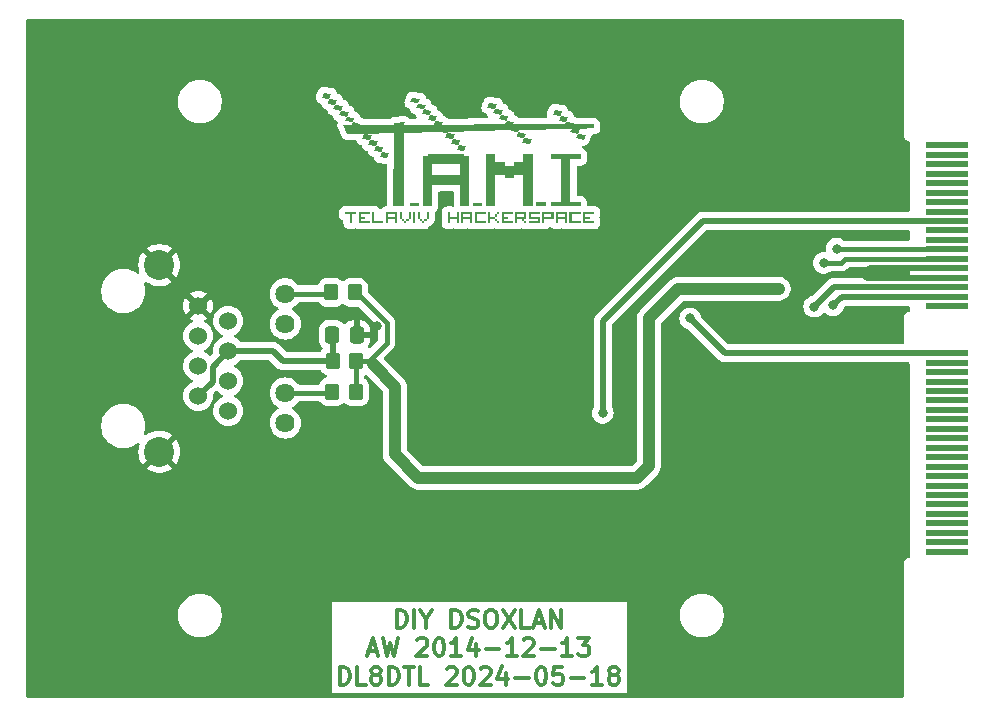
<source format=gbr>
%TF.GenerationSoftware,KiCad,Pcbnew,8.0.4*%
%TF.CreationDate,2024-09-19T00:07:34+03:00*%
%TF.ProjectId,dsoxlan,64736f78-6c61-46e2-9e6b-696361645f70,rev?*%
%TF.SameCoordinates,Original*%
%TF.FileFunction,Copper,L1,Top*%
%TF.FilePolarity,Positive*%
%FSLAX46Y46*%
G04 Gerber Fmt 4.6, Leading zero omitted, Abs format (unit mm)*
G04 Created by KiCad (PCBNEW 8.0.4) date 2024-09-19 00:07:34*
%MOMM*%
%LPD*%
G01*
G04 APERTURE LIST*
G04 Aperture macros list*
%AMRoundRect*
0 Rectangle with rounded corners*
0 $1 Rounding radius*
0 $2 $3 $4 $5 $6 $7 $8 $9 X,Y pos of 4 corners*
0 Add a 4 corners polygon primitive as box body*
4,1,4,$2,$3,$4,$5,$6,$7,$8,$9,$2,$3,0*
0 Add four circle primitives for the rounded corners*
1,1,$1+$1,$2,$3*
1,1,$1+$1,$4,$5*
1,1,$1+$1,$6,$7*
1,1,$1+$1,$8,$9*
0 Add four rect primitives between the rounded corners*
20,1,$1+$1,$2,$3,$4,$5,0*
20,1,$1+$1,$4,$5,$6,$7,0*
20,1,$1+$1,$6,$7,$8,$9,0*
20,1,$1+$1,$8,$9,$2,$3,0*%
G04 Aperture macros list end*
%ADD10C,0.300000*%
%TA.AperFunction,NonConductor*%
%ADD11C,0.300000*%
%TD*%
%TA.AperFunction,EtchedComponent*%
%ADD12C,0.000000*%
%TD*%
%TA.AperFunction,SMDPad,CuDef*%
%ADD13RoundRect,0.250000X0.337500X0.475000X-0.337500X0.475000X-0.337500X-0.475000X0.337500X-0.475000X0*%
%TD*%
%TA.AperFunction,ConnectorPad*%
%ADD14R,3.600000X0.550000*%
%TD*%
%TA.AperFunction,SMDPad,CuDef*%
%ADD15RoundRect,0.250000X0.350000X0.450000X-0.350000X0.450000X-0.350000X-0.450000X0.350000X-0.450000X0*%
%TD*%
%TA.AperFunction,ComponentPad*%
%ADD16C,1.524000*%
%TD*%
%TA.AperFunction,ComponentPad*%
%ADD17C,1.625600*%
%TD*%
%TA.AperFunction,ComponentPad*%
%ADD18C,2.540000*%
%TD*%
%TA.AperFunction,ViaPad*%
%ADD19C,0.800000*%
%TD*%
%TA.AperFunction,Conductor*%
%ADD20C,0.500000*%
%TD*%
%TA.AperFunction,Conductor*%
%ADD21C,0.400000*%
%TD*%
%TA.AperFunction,Conductor*%
%ADD22C,1.000000*%
%TD*%
G04 APERTURE END LIST*
D10*
D11*
X144145844Y-111180314D02*
X144145844Y-109680314D01*
X144145844Y-109680314D02*
X144502987Y-109680314D01*
X144502987Y-109680314D02*
X144717273Y-109751743D01*
X144717273Y-109751743D02*
X144860130Y-109894600D01*
X144860130Y-109894600D02*
X144931559Y-110037457D01*
X144931559Y-110037457D02*
X145002987Y-110323171D01*
X145002987Y-110323171D02*
X145002987Y-110537457D01*
X145002987Y-110537457D02*
X144931559Y-110823171D01*
X144931559Y-110823171D02*
X144860130Y-110966028D01*
X144860130Y-110966028D02*
X144717273Y-111108886D01*
X144717273Y-111108886D02*
X144502987Y-111180314D01*
X144502987Y-111180314D02*
X144145844Y-111180314D01*
X145645844Y-111180314D02*
X145645844Y-109680314D01*
X146645845Y-110466028D02*
X146645845Y-111180314D01*
X146145845Y-109680314D02*
X146645845Y-110466028D01*
X146645845Y-110466028D02*
X147145845Y-109680314D01*
X148788701Y-111180314D02*
X148788701Y-109680314D01*
X148788701Y-109680314D02*
X149145844Y-109680314D01*
X149145844Y-109680314D02*
X149360130Y-109751743D01*
X149360130Y-109751743D02*
X149502987Y-109894600D01*
X149502987Y-109894600D02*
X149574416Y-110037457D01*
X149574416Y-110037457D02*
X149645844Y-110323171D01*
X149645844Y-110323171D02*
X149645844Y-110537457D01*
X149645844Y-110537457D02*
X149574416Y-110823171D01*
X149574416Y-110823171D02*
X149502987Y-110966028D01*
X149502987Y-110966028D02*
X149360130Y-111108886D01*
X149360130Y-111108886D02*
X149145844Y-111180314D01*
X149145844Y-111180314D02*
X148788701Y-111180314D01*
X150217273Y-111108886D02*
X150431559Y-111180314D01*
X150431559Y-111180314D02*
X150788701Y-111180314D01*
X150788701Y-111180314D02*
X150931559Y-111108886D01*
X150931559Y-111108886D02*
X151002987Y-111037457D01*
X151002987Y-111037457D02*
X151074416Y-110894600D01*
X151074416Y-110894600D02*
X151074416Y-110751743D01*
X151074416Y-110751743D02*
X151002987Y-110608886D01*
X151002987Y-110608886D02*
X150931559Y-110537457D01*
X150931559Y-110537457D02*
X150788701Y-110466028D01*
X150788701Y-110466028D02*
X150502987Y-110394600D01*
X150502987Y-110394600D02*
X150360130Y-110323171D01*
X150360130Y-110323171D02*
X150288701Y-110251743D01*
X150288701Y-110251743D02*
X150217273Y-110108886D01*
X150217273Y-110108886D02*
X150217273Y-109966028D01*
X150217273Y-109966028D02*
X150288701Y-109823171D01*
X150288701Y-109823171D02*
X150360130Y-109751743D01*
X150360130Y-109751743D02*
X150502987Y-109680314D01*
X150502987Y-109680314D02*
X150860130Y-109680314D01*
X150860130Y-109680314D02*
X151074416Y-109751743D01*
X152002987Y-109680314D02*
X152288701Y-109680314D01*
X152288701Y-109680314D02*
X152431558Y-109751743D01*
X152431558Y-109751743D02*
X152574415Y-109894600D01*
X152574415Y-109894600D02*
X152645844Y-110180314D01*
X152645844Y-110180314D02*
X152645844Y-110680314D01*
X152645844Y-110680314D02*
X152574415Y-110966028D01*
X152574415Y-110966028D02*
X152431558Y-111108886D01*
X152431558Y-111108886D02*
X152288701Y-111180314D01*
X152288701Y-111180314D02*
X152002987Y-111180314D01*
X152002987Y-111180314D02*
X151860130Y-111108886D01*
X151860130Y-111108886D02*
X151717272Y-110966028D01*
X151717272Y-110966028D02*
X151645844Y-110680314D01*
X151645844Y-110680314D02*
X151645844Y-110180314D01*
X151645844Y-110180314D02*
X151717272Y-109894600D01*
X151717272Y-109894600D02*
X151860130Y-109751743D01*
X151860130Y-109751743D02*
X152002987Y-109680314D01*
X153145844Y-109680314D02*
X154145844Y-111180314D01*
X154145844Y-109680314D02*
X153145844Y-111180314D01*
X155431558Y-111180314D02*
X154717272Y-111180314D01*
X154717272Y-111180314D02*
X154717272Y-109680314D01*
X155860130Y-110751743D02*
X156574416Y-110751743D01*
X155717273Y-111180314D02*
X156217273Y-109680314D01*
X156217273Y-109680314D02*
X156717273Y-111180314D01*
X157217272Y-111180314D02*
X157217272Y-109680314D01*
X157217272Y-109680314D02*
X158074415Y-111180314D01*
X158074415Y-111180314D02*
X158074415Y-109680314D01*
X141752989Y-113166659D02*
X142467275Y-113166659D01*
X141610132Y-113595230D02*
X142110132Y-112095230D01*
X142110132Y-112095230D02*
X142610132Y-113595230D01*
X142967274Y-112095230D02*
X143324417Y-113595230D01*
X143324417Y-113595230D02*
X143610131Y-112523802D01*
X143610131Y-112523802D02*
X143895846Y-113595230D01*
X143895846Y-113595230D02*
X144252989Y-112095230D01*
X145895846Y-112238087D02*
X145967274Y-112166659D01*
X145967274Y-112166659D02*
X146110132Y-112095230D01*
X146110132Y-112095230D02*
X146467274Y-112095230D01*
X146467274Y-112095230D02*
X146610132Y-112166659D01*
X146610132Y-112166659D02*
X146681560Y-112238087D01*
X146681560Y-112238087D02*
X146752989Y-112380944D01*
X146752989Y-112380944D02*
X146752989Y-112523802D01*
X146752989Y-112523802D02*
X146681560Y-112738087D01*
X146681560Y-112738087D02*
X145824417Y-113595230D01*
X145824417Y-113595230D02*
X146752989Y-113595230D01*
X147681560Y-112095230D02*
X147824417Y-112095230D01*
X147824417Y-112095230D02*
X147967274Y-112166659D01*
X147967274Y-112166659D02*
X148038703Y-112238087D01*
X148038703Y-112238087D02*
X148110131Y-112380944D01*
X148110131Y-112380944D02*
X148181560Y-112666659D01*
X148181560Y-112666659D02*
X148181560Y-113023802D01*
X148181560Y-113023802D02*
X148110131Y-113309516D01*
X148110131Y-113309516D02*
X148038703Y-113452373D01*
X148038703Y-113452373D02*
X147967274Y-113523802D01*
X147967274Y-113523802D02*
X147824417Y-113595230D01*
X147824417Y-113595230D02*
X147681560Y-113595230D01*
X147681560Y-113595230D02*
X147538703Y-113523802D01*
X147538703Y-113523802D02*
X147467274Y-113452373D01*
X147467274Y-113452373D02*
X147395845Y-113309516D01*
X147395845Y-113309516D02*
X147324417Y-113023802D01*
X147324417Y-113023802D02*
X147324417Y-112666659D01*
X147324417Y-112666659D02*
X147395845Y-112380944D01*
X147395845Y-112380944D02*
X147467274Y-112238087D01*
X147467274Y-112238087D02*
X147538703Y-112166659D01*
X147538703Y-112166659D02*
X147681560Y-112095230D01*
X149610131Y-113595230D02*
X148752988Y-113595230D01*
X149181559Y-113595230D02*
X149181559Y-112095230D01*
X149181559Y-112095230D02*
X149038702Y-112309516D01*
X149038702Y-112309516D02*
X148895845Y-112452373D01*
X148895845Y-112452373D02*
X148752988Y-112523802D01*
X150895845Y-112595230D02*
X150895845Y-113595230D01*
X150538702Y-112023802D02*
X150181559Y-113095230D01*
X150181559Y-113095230D02*
X151110130Y-113095230D01*
X151681558Y-113023802D02*
X152824416Y-113023802D01*
X154324416Y-113595230D02*
X153467273Y-113595230D01*
X153895844Y-113595230D02*
X153895844Y-112095230D01*
X153895844Y-112095230D02*
X153752987Y-112309516D01*
X153752987Y-112309516D02*
X153610130Y-112452373D01*
X153610130Y-112452373D02*
X153467273Y-112523802D01*
X154895844Y-112238087D02*
X154967272Y-112166659D01*
X154967272Y-112166659D02*
X155110130Y-112095230D01*
X155110130Y-112095230D02*
X155467272Y-112095230D01*
X155467272Y-112095230D02*
X155610130Y-112166659D01*
X155610130Y-112166659D02*
X155681558Y-112238087D01*
X155681558Y-112238087D02*
X155752987Y-112380944D01*
X155752987Y-112380944D02*
X155752987Y-112523802D01*
X155752987Y-112523802D02*
X155681558Y-112738087D01*
X155681558Y-112738087D02*
X154824415Y-113595230D01*
X154824415Y-113595230D02*
X155752987Y-113595230D01*
X156395843Y-113023802D02*
X157538701Y-113023802D01*
X159038701Y-113595230D02*
X158181558Y-113595230D01*
X158610129Y-113595230D02*
X158610129Y-112095230D01*
X158610129Y-112095230D02*
X158467272Y-112309516D01*
X158467272Y-112309516D02*
X158324415Y-112452373D01*
X158324415Y-112452373D02*
X158181558Y-112523802D01*
X159538700Y-112095230D02*
X160467272Y-112095230D01*
X160467272Y-112095230D02*
X159967272Y-112666659D01*
X159967272Y-112666659D02*
X160181557Y-112666659D01*
X160181557Y-112666659D02*
X160324415Y-112738087D01*
X160324415Y-112738087D02*
X160395843Y-112809516D01*
X160395843Y-112809516D02*
X160467272Y-112952373D01*
X160467272Y-112952373D02*
X160467272Y-113309516D01*
X160467272Y-113309516D02*
X160395843Y-113452373D01*
X160395843Y-113452373D02*
X160324415Y-113523802D01*
X160324415Y-113523802D02*
X160181557Y-113595230D01*
X160181557Y-113595230D02*
X159752986Y-113595230D01*
X159752986Y-113595230D02*
X159610129Y-113523802D01*
X159610129Y-113523802D02*
X159538700Y-113452373D01*
X139324417Y-116010146D02*
X139324417Y-114510146D01*
X139324417Y-114510146D02*
X139681560Y-114510146D01*
X139681560Y-114510146D02*
X139895846Y-114581575D01*
X139895846Y-114581575D02*
X140038703Y-114724432D01*
X140038703Y-114724432D02*
X140110132Y-114867289D01*
X140110132Y-114867289D02*
X140181560Y-115153003D01*
X140181560Y-115153003D02*
X140181560Y-115367289D01*
X140181560Y-115367289D02*
X140110132Y-115653003D01*
X140110132Y-115653003D02*
X140038703Y-115795860D01*
X140038703Y-115795860D02*
X139895846Y-115938718D01*
X139895846Y-115938718D02*
X139681560Y-116010146D01*
X139681560Y-116010146D02*
X139324417Y-116010146D01*
X141538703Y-116010146D02*
X140824417Y-116010146D01*
X140824417Y-116010146D02*
X140824417Y-114510146D01*
X142252989Y-115153003D02*
X142110132Y-115081575D01*
X142110132Y-115081575D02*
X142038703Y-115010146D01*
X142038703Y-115010146D02*
X141967275Y-114867289D01*
X141967275Y-114867289D02*
X141967275Y-114795860D01*
X141967275Y-114795860D02*
X142038703Y-114653003D01*
X142038703Y-114653003D02*
X142110132Y-114581575D01*
X142110132Y-114581575D02*
X142252989Y-114510146D01*
X142252989Y-114510146D02*
X142538703Y-114510146D01*
X142538703Y-114510146D02*
X142681561Y-114581575D01*
X142681561Y-114581575D02*
X142752989Y-114653003D01*
X142752989Y-114653003D02*
X142824418Y-114795860D01*
X142824418Y-114795860D02*
X142824418Y-114867289D01*
X142824418Y-114867289D02*
X142752989Y-115010146D01*
X142752989Y-115010146D02*
X142681561Y-115081575D01*
X142681561Y-115081575D02*
X142538703Y-115153003D01*
X142538703Y-115153003D02*
X142252989Y-115153003D01*
X142252989Y-115153003D02*
X142110132Y-115224432D01*
X142110132Y-115224432D02*
X142038703Y-115295860D01*
X142038703Y-115295860D02*
X141967275Y-115438718D01*
X141967275Y-115438718D02*
X141967275Y-115724432D01*
X141967275Y-115724432D02*
X142038703Y-115867289D01*
X142038703Y-115867289D02*
X142110132Y-115938718D01*
X142110132Y-115938718D02*
X142252989Y-116010146D01*
X142252989Y-116010146D02*
X142538703Y-116010146D01*
X142538703Y-116010146D02*
X142681561Y-115938718D01*
X142681561Y-115938718D02*
X142752989Y-115867289D01*
X142752989Y-115867289D02*
X142824418Y-115724432D01*
X142824418Y-115724432D02*
X142824418Y-115438718D01*
X142824418Y-115438718D02*
X142752989Y-115295860D01*
X142752989Y-115295860D02*
X142681561Y-115224432D01*
X142681561Y-115224432D02*
X142538703Y-115153003D01*
X143467274Y-116010146D02*
X143467274Y-114510146D01*
X143467274Y-114510146D02*
X143824417Y-114510146D01*
X143824417Y-114510146D02*
X144038703Y-114581575D01*
X144038703Y-114581575D02*
X144181560Y-114724432D01*
X144181560Y-114724432D02*
X144252989Y-114867289D01*
X144252989Y-114867289D02*
X144324417Y-115153003D01*
X144324417Y-115153003D02*
X144324417Y-115367289D01*
X144324417Y-115367289D02*
X144252989Y-115653003D01*
X144252989Y-115653003D02*
X144181560Y-115795860D01*
X144181560Y-115795860D02*
X144038703Y-115938718D01*
X144038703Y-115938718D02*
X143824417Y-116010146D01*
X143824417Y-116010146D02*
X143467274Y-116010146D01*
X144752989Y-114510146D02*
X145610132Y-114510146D01*
X145181560Y-116010146D02*
X145181560Y-114510146D01*
X146824417Y-116010146D02*
X146110131Y-116010146D01*
X146110131Y-116010146D02*
X146110131Y-114510146D01*
X148395846Y-114653003D02*
X148467274Y-114581575D01*
X148467274Y-114581575D02*
X148610132Y-114510146D01*
X148610132Y-114510146D02*
X148967274Y-114510146D01*
X148967274Y-114510146D02*
X149110132Y-114581575D01*
X149110132Y-114581575D02*
X149181560Y-114653003D01*
X149181560Y-114653003D02*
X149252989Y-114795860D01*
X149252989Y-114795860D02*
X149252989Y-114938718D01*
X149252989Y-114938718D02*
X149181560Y-115153003D01*
X149181560Y-115153003D02*
X148324417Y-116010146D01*
X148324417Y-116010146D02*
X149252989Y-116010146D01*
X150181560Y-114510146D02*
X150324417Y-114510146D01*
X150324417Y-114510146D02*
X150467274Y-114581575D01*
X150467274Y-114581575D02*
X150538703Y-114653003D01*
X150538703Y-114653003D02*
X150610131Y-114795860D01*
X150610131Y-114795860D02*
X150681560Y-115081575D01*
X150681560Y-115081575D02*
X150681560Y-115438718D01*
X150681560Y-115438718D02*
X150610131Y-115724432D01*
X150610131Y-115724432D02*
X150538703Y-115867289D01*
X150538703Y-115867289D02*
X150467274Y-115938718D01*
X150467274Y-115938718D02*
X150324417Y-116010146D01*
X150324417Y-116010146D02*
X150181560Y-116010146D01*
X150181560Y-116010146D02*
X150038703Y-115938718D01*
X150038703Y-115938718D02*
X149967274Y-115867289D01*
X149967274Y-115867289D02*
X149895845Y-115724432D01*
X149895845Y-115724432D02*
X149824417Y-115438718D01*
X149824417Y-115438718D02*
X149824417Y-115081575D01*
X149824417Y-115081575D02*
X149895845Y-114795860D01*
X149895845Y-114795860D02*
X149967274Y-114653003D01*
X149967274Y-114653003D02*
X150038703Y-114581575D01*
X150038703Y-114581575D02*
X150181560Y-114510146D01*
X151252988Y-114653003D02*
X151324416Y-114581575D01*
X151324416Y-114581575D02*
X151467274Y-114510146D01*
X151467274Y-114510146D02*
X151824416Y-114510146D01*
X151824416Y-114510146D02*
X151967274Y-114581575D01*
X151967274Y-114581575D02*
X152038702Y-114653003D01*
X152038702Y-114653003D02*
X152110131Y-114795860D01*
X152110131Y-114795860D02*
X152110131Y-114938718D01*
X152110131Y-114938718D02*
X152038702Y-115153003D01*
X152038702Y-115153003D02*
X151181559Y-116010146D01*
X151181559Y-116010146D02*
X152110131Y-116010146D01*
X153395845Y-115010146D02*
X153395845Y-116010146D01*
X153038702Y-114438718D02*
X152681559Y-115510146D01*
X152681559Y-115510146D02*
X153610130Y-115510146D01*
X154181558Y-115438718D02*
X155324416Y-115438718D01*
X156324416Y-114510146D02*
X156467273Y-114510146D01*
X156467273Y-114510146D02*
X156610130Y-114581575D01*
X156610130Y-114581575D02*
X156681559Y-114653003D01*
X156681559Y-114653003D02*
X156752987Y-114795860D01*
X156752987Y-114795860D02*
X156824416Y-115081575D01*
X156824416Y-115081575D02*
X156824416Y-115438718D01*
X156824416Y-115438718D02*
X156752987Y-115724432D01*
X156752987Y-115724432D02*
X156681559Y-115867289D01*
X156681559Y-115867289D02*
X156610130Y-115938718D01*
X156610130Y-115938718D02*
X156467273Y-116010146D01*
X156467273Y-116010146D02*
X156324416Y-116010146D01*
X156324416Y-116010146D02*
X156181559Y-115938718D01*
X156181559Y-115938718D02*
X156110130Y-115867289D01*
X156110130Y-115867289D02*
X156038701Y-115724432D01*
X156038701Y-115724432D02*
X155967273Y-115438718D01*
X155967273Y-115438718D02*
X155967273Y-115081575D01*
X155967273Y-115081575D02*
X156038701Y-114795860D01*
X156038701Y-114795860D02*
X156110130Y-114653003D01*
X156110130Y-114653003D02*
X156181559Y-114581575D01*
X156181559Y-114581575D02*
X156324416Y-114510146D01*
X158181558Y-114510146D02*
X157467272Y-114510146D01*
X157467272Y-114510146D02*
X157395844Y-115224432D01*
X157395844Y-115224432D02*
X157467272Y-115153003D01*
X157467272Y-115153003D02*
X157610130Y-115081575D01*
X157610130Y-115081575D02*
X157967272Y-115081575D01*
X157967272Y-115081575D02*
X158110130Y-115153003D01*
X158110130Y-115153003D02*
X158181558Y-115224432D01*
X158181558Y-115224432D02*
X158252987Y-115367289D01*
X158252987Y-115367289D02*
X158252987Y-115724432D01*
X158252987Y-115724432D02*
X158181558Y-115867289D01*
X158181558Y-115867289D02*
X158110130Y-115938718D01*
X158110130Y-115938718D02*
X157967272Y-116010146D01*
X157967272Y-116010146D02*
X157610130Y-116010146D01*
X157610130Y-116010146D02*
X157467272Y-115938718D01*
X157467272Y-115938718D02*
X157395844Y-115867289D01*
X158895843Y-115438718D02*
X160038701Y-115438718D01*
X161538701Y-116010146D02*
X160681558Y-116010146D01*
X161110129Y-116010146D02*
X161110129Y-114510146D01*
X161110129Y-114510146D02*
X160967272Y-114724432D01*
X160967272Y-114724432D02*
X160824415Y-114867289D01*
X160824415Y-114867289D02*
X160681558Y-114938718D01*
X162395843Y-115153003D02*
X162252986Y-115081575D01*
X162252986Y-115081575D02*
X162181557Y-115010146D01*
X162181557Y-115010146D02*
X162110129Y-114867289D01*
X162110129Y-114867289D02*
X162110129Y-114795860D01*
X162110129Y-114795860D02*
X162181557Y-114653003D01*
X162181557Y-114653003D02*
X162252986Y-114581575D01*
X162252986Y-114581575D02*
X162395843Y-114510146D01*
X162395843Y-114510146D02*
X162681557Y-114510146D01*
X162681557Y-114510146D02*
X162824415Y-114581575D01*
X162824415Y-114581575D02*
X162895843Y-114653003D01*
X162895843Y-114653003D02*
X162967272Y-114795860D01*
X162967272Y-114795860D02*
X162967272Y-114867289D01*
X162967272Y-114867289D02*
X162895843Y-115010146D01*
X162895843Y-115010146D02*
X162824415Y-115081575D01*
X162824415Y-115081575D02*
X162681557Y-115153003D01*
X162681557Y-115153003D02*
X162395843Y-115153003D01*
X162395843Y-115153003D02*
X162252986Y-115224432D01*
X162252986Y-115224432D02*
X162181557Y-115295860D01*
X162181557Y-115295860D02*
X162110129Y-115438718D01*
X162110129Y-115438718D02*
X162110129Y-115724432D01*
X162110129Y-115724432D02*
X162181557Y-115867289D01*
X162181557Y-115867289D02*
X162252986Y-115938718D01*
X162252986Y-115938718D02*
X162395843Y-116010146D01*
X162395843Y-116010146D02*
X162681557Y-116010146D01*
X162681557Y-116010146D02*
X162824415Y-115938718D01*
X162824415Y-115938718D02*
X162895843Y-115867289D01*
X162895843Y-115867289D02*
X162967272Y-115724432D01*
X162967272Y-115724432D02*
X162967272Y-115438718D01*
X162967272Y-115438718D02*
X162895843Y-115295860D01*
X162895843Y-115295860D02*
X162824415Y-115224432D01*
X162824415Y-115224432D02*
X162681557Y-115153003D01*
D12*
%TA.AperFunction,EtchedComponent*%
%TO.C,SYM101*%
G36*
X159734292Y-71543496D02*
G01*
X158865947Y-71543496D01*
X158865947Y-75160914D01*
X159734292Y-75160914D01*
X159734292Y-75507660D01*
X157208110Y-75507660D01*
X157208110Y-75160914D01*
X158076455Y-75160914D01*
X158076455Y-71543496D01*
X157208110Y-71543496D01*
X157208110Y-71071815D01*
X159734292Y-71071815D01*
X159734292Y-71543496D01*
G37*
%TD.AperFunction*%
%TA.AperFunction,EtchedComponent*%
G36*
X156780267Y-75507731D02*
G01*
X155990480Y-75507731D01*
X155990480Y-75160914D01*
X156780267Y-75160914D01*
X156780267Y-75507731D01*
G37*
%TD.AperFunction*%
%TA.AperFunction,EtchedComponent*%
G36*
X154098035Y-73109757D02*
G01*
X153307862Y-73109757D01*
X153307862Y-72846393D01*
X154098035Y-72846393D01*
X154098035Y-73109757D01*
G37*
%TD.AperFunction*%
%TA.AperFunction,EtchedComponent*%
G36*
X152518273Y-71767033D02*
G01*
X153307959Y-71767033D01*
X153307959Y-72136576D01*
X154098035Y-72136576D01*
X154098035Y-71767033D01*
X154888210Y-71767033D01*
X154888210Y-71071815D01*
X155677995Y-71071815D01*
X155677995Y-75507590D01*
X154888210Y-75507590D01*
X154888210Y-72846393D01*
X154098035Y-72846393D01*
X154098035Y-72845686D01*
X153307862Y-72845686D01*
X153307862Y-72846393D01*
X152517882Y-72846393D01*
X152517882Y-75507590D01*
X151727804Y-75507590D01*
X151727804Y-71071815D01*
X152518273Y-71071815D01*
X152518273Y-71767033D01*
G37*
%TD.AperFunction*%
%TA.AperFunction,EtchedComponent*%
G36*
X151418432Y-75507660D02*
G01*
X150628453Y-75507660D01*
X150628453Y-75202605D01*
X151418432Y-75202605D01*
X151418432Y-75507660D01*
G37*
%TD.AperFunction*%
%TA.AperFunction,EtchedComponent*%
G36*
X149840711Y-71220915D02*
G01*
X150315770Y-71220915D01*
X150315770Y-75507378D01*
X149527542Y-75507378D01*
X149527542Y-73734071D01*
X147158091Y-73734071D01*
X147158091Y-75507378D01*
X146367137Y-75507378D01*
X146367137Y-72846393D01*
X146367137Y-71958644D01*
X147158091Y-71958644D01*
X147158091Y-72846393D01*
X149527542Y-72846393D01*
X149527542Y-71958644D01*
X147158091Y-71958644D01*
X146367137Y-71958644D01*
X146367137Y-71220915D01*
X146783495Y-71220915D01*
X146783495Y-71073228D01*
X149840711Y-71073228D01*
X149840711Y-71220915D01*
G37*
%TD.AperFunction*%
%TA.AperFunction,EtchedComponent*%
G36*
X146057181Y-75507660D02*
G01*
X145267006Y-75507660D01*
X145267006Y-75202605D01*
X146057181Y-75202605D01*
X146057181Y-75507660D01*
G37*
%TD.AperFunction*%
%TA.AperFunction,EtchedComponent*%
G36*
X145468235Y-66298841D02*
G01*
X145468167Y-66298831D01*
X145468264Y-66298760D01*
X145468265Y-66298760D01*
X145468235Y-66298841D01*
G37*
%TD.AperFunction*%
%TA.AperFunction,EtchedComponent*%
G36*
X146110177Y-66394227D02*
G01*
X145958898Y-66800261D01*
X145317375Y-66705218D01*
X145468235Y-66298841D01*
X146110177Y-66394227D01*
G37*
%TD.AperFunction*%
%TA.AperFunction,EtchedComponent*%
G36*
X152635031Y-66835875D02*
G01*
X152484141Y-67241909D01*
X151841838Y-67146866D01*
X151993019Y-66740550D01*
X151993020Y-66740550D01*
X151993020Y-66740479D01*
X152635031Y-66835875D01*
G37*
%TD.AperFunction*%
%TA.AperFunction,EtchedComponent*%
G36*
X137960589Y-65898381D02*
G01*
X138602891Y-65993989D01*
X138452002Y-66400022D01*
X139094012Y-66495701D01*
X138943123Y-66902159D01*
X139585425Y-66997767D01*
X139434731Y-67403730D01*
X138792233Y-67308546D01*
X138943098Y-66902155D01*
X138300917Y-66806622D01*
X138452099Y-66400164D01*
X137809991Y-66304909D01*
X137960589Y-65898310D01*
X137960589Y-65898381D01*
G37*
%TD.AperFunction*%
%TA.AperFunction,EtchedComponent*%
G36*
X153126444Y-67337729D02*
G01*
X152975945Y-67744046D01*
X152333447Y-67648508D01*
X152484335Y-67241909D01*
X152484337Y-67241909D01*
X153126444Y-67337729D01*
G37*
%TD.AperFunction*%
%TA.AperFunction,EtchedComponent*%
G36*
X146600422Y-66903782D02*
G01*
X146452257Y-67302538D01*
X147093003Y-67397934D01*
X146941784Y-67803948D01*
X146300395Y-67708713D01*
X146448169Y-67310028D01*
X145807619Y-67214632D01*
X145958509Y-66808174D01*
X146600422Y-66903782D01*
G37*
%TD.AperFunction*%
%TA.AperFunction,EtchedComponent*%
G36*
X146941919Y-67803968D02*
G01*
X146941821Y-67804038D01*
X146941772Y-67804074D01*
X146941724Y-67804109D01*
X146941784Y-67803948D01*
X146941919Y-67803968D01*
G37*
%TD.AperFunction*%
%TA.AperFunction,EtchedComponent*%
G36*
X140076546Y-67499268D02*
G01*
X139925754Y-67905867D01*
X139925748Y-67905880D01*
X139925656Y-67905866D01*
X139925752Y-67905866D01*
X139283549Y-67810117D01*
X139434731Y-67403801D01*
X139434730Y-67403801D01*
X139434682Y-67403765D01*
X139434633Y-67403730D01*
X140076546Y-67499268D01*
G37*
%TD.AperFunction*%
%TA.AperFunction,EtchedComponent*%
G36*
X154449233Y-69249696D02*
G01*
X154449258Y-69249714D01*
X154449283Y-69249731D01*
X154449308Y-69249749D01*
X155091512Y-69345145D01*
X154940234Y-69751602D01*
X154298709Y-69655995D01*
X154449210Y-69249679D01*
X154449233Y-69249696D01*
G37*
%TD.AperFunction*%
%TA.AperFunction,EtchedComponent*%
G36*
X154940516Y-69751630D02*
G01*
X154940330Y-69751602D01*
X154940526Y-69751602D01*
X154940516Y-69751630D01*
G37*
%TD.AperFunction*%
%TA.AperFunction,EtchedComponent*%
G36*
X149057684Y-69405209D02*
G01*
X148906794Y-69811526D01*
X148264784Y-69716130D01*
X148415966Y-69309954D01*
X148416161Y-69309954D01*
X149057684Y-69405209D01*
G37*
%TD.AperFunction*%
%TA.AperFunction,EtchedComponent*%
G36*
X148906890Y-69811672D02*
G01*
X148906890Y-69811667D01*
X148906892Y-69811667D01*
X148906890Y-69811672D01*
G37*
%TD.AperFunction*%
%TA.AperFunction,EtchedComponent*%
G36*
X160142417Y-69446618D02*
G01*
X159991916Y-69852934D01*
X159349418Y-69757539D01*
X159500308Y-69351363D01*
X159500310Y-69351363D01*
X160142417Y-69446618D01*
G37*
%TD.AperFunction*%
%TA.AperFunction,EtchedComponent*%
G36*
X155582633Y-69846857D02*
G01*
X155431743Y-70253174D01*
X154789830Y-70157778D01*
X154940516Y-69751630D01*
X155582633Y-69846857D01*
G37*
%TD.AperFunction*%
%TA.AperFunction,EtchedComponent*%
G36*
X148906890Y-69811808D02*
G01*
X149549194Y-69907204D01*
X149398038Y-70313667D01*
X150040315Y-70409059D01*
X149889619Y-70815375D01*
X149247122Y-70719697D01*
X149398011Y-70313733D01*
X149398011Y-70313732D01*
X148756294Y-70217983D01*
X148906890Y-69811672D01*
X148906890Y-69811808D01*
G37*
%TD.AperFunction*%
%TA.AperFunction,EtchedComponent*%
G36*
X141890918Y-69913281D02*
G01*
X142532442Y-70008818D01*
X142381844Y-70415134D01*
X143024049Y-70510531D01*
X142873229Y-70916661D01*
X142873257Y-70916671D01*
X142873355Y-70916706D01*
X143514878Y-71012243D01*
X143364183Y-71418701D01*
X142722270Y-71322952D01*
X142873086Y-70916836D01*
X142231247Y-70821451D01*
X142381844Y-70415276D01*
X141739736Y-70319385D01*
X141890918Y-69913209D01*
X141890918Y-69913281D01*
G37*
%TD.AperFunction*%
%TA.AperFunction,EtchedComponent*%
G36*
X158177444Y-67439060D02*
G01*
X158026748Y-67845376D01*
X158026750Y-67845376D01*
X158026825Y-67845431D01*
X158026845Y-67845376D01*
X158668857Y-67940914D01*
X158517577Y-68347513D01*
X159159881Y-68442627D01*
X159124835Y-68537104D01*
X160832807Y-68519933D01*
X160888004Y-68899115D01*
X159571859Y-68932751D01*
X159651099Y-68944622D01*
X159500209Y-69351080D01*
X158858686Y-69255472D01*
X158972972Y-68946672D01*
X154523191Y-69050194D01*
X154449207Y-69249325D01*
X153807101Y-69153575D01*
X153839711Y-69065952D01*
X148459771Y-69191026D01*
X148415965Y-69309601D01*
X147773857Y-69213922D01*
X147776388Y-69206856D01*
X144810193Y-69275682D01*
X144764439Y-75489852D01*
X143811986Y-75503066D01*
X143949831Y-69295963D01*
X141420339Y-69354614D01*
X141399604Y-69411145D01*
X142041516Y-69506753D01*
X141891016Y-69913069D01*
X141248519Y-69817462D01*
X141399409Y-69411145D01*
X141074655Y-69362811D01*
X139985720Y-69388109D01*
X139617549Y-68648683D01*
X140329164Y-68644656D01*
X140416777Y-68407579D01*
X139775059Y-68312183D01*
X139925748Y-67905880D01*
X140568154Y-68001121D01*
X140416777Y-68407579D01*
X140417165Y-68407789D01*
X140417359Y-68407648D01*
X141059467Y-68503044D01*
X141008457Y-68640838D01*
X143965112Y-68623879D01*
X143969006Y-68459585D01*
X144816909Y-68390547D01*
X144815253Y-68619003D01*
X147322745Y-68604658D01*
X147433527Y-68306175D01*
X146791517Y-68210567D01*
X146941920Y-67804109D01*
X147584028Y-67899787D01*
X147433624Y-68305821D01*
X148075149Y-68400935D01*
X148001164Y-68600419D01*
X153346548Y-68570033D01*
X153467064Y-68245687D01*
X152824566Y-68150573D01*
X152975748Y-67744116D01*
X153617272Y-67839229D01*
X153466965Y-68245545D01*
X154109071Y-68341153D01*
X154025352Y-68566288D01*
X158445930Y-68540990D01*
X158517675Y-68347725D01*
X157876151Y-68252046D01*
X158026820Y-67845443D01*
X157384544Y-67750404D01*
X157535726Y-67343947D01*
X158177444Y-67439060D01*
G37*
%TD.AperFunction*%
%TA.AperFunction,EtchedComponent*%
G36*
X160862531Y-76200426D02*
G01*
X160099410Y-76200426D01*
X160099410Y-76383128D01*
X160480682Y-76383128D01*
X160480682Y-76565445D01*
X160099410Y-76565445D01*
X160099410Y-76748148D01*
X160862434Y-76748148D01*
X160862434Y-76930563D01*
X159908822Y-76930563D01*
X159908822Y-76018010D01*
X159908920Y-76017724D01*
X160862531Y-76017724D01*
X160862531Y-76200426D01*
G37*
%TD.AperFunction*%
%TA.AperFunction,EtchedComponent*%
G36*
X159718620Y-76200714D02*
G01*
X158956077Y-76200714D01*
X158956077Y-76748244D01*
X159718620Y-76748244D01*
X159718620Y-76930658D01*
X158765489Y-76930658D01*
X158765489Y-76018012D01*
X159718620Y-76018012D01*
X159718620Y-76200714D01*
G37*
%TD.AperFunction*%
%TA.AperFunction,EtchedComponent*%
G36*
X157621675Y-76018109D02*
G01*
X157621577Y-76018109D01*
X157621675Y-76018107D01*
X157621675Y-76018109D01*
G37*
%TD.AperFunction*%
%TA.AperFunction,EtchedComponent*%
G36*
X158575284Y-76930948D02*
G01*
X158384505Y-76930948D01*
X158384505Y-76565542D01*
X157812358Y-76565542D01*
X157812358Y-76930658D01*
X157621675Y-76930658D01*
X157621675Y-76383511D01*
X157621675Y-76200809D01*
X157812358Y-76200809D01*
X157812358Y-76383511D01*
X158384698Y-76383511D01*
X158384698Y-76200809D01*
X157812358Y-76200809D01*
X157621675Y-76200809D01*
X157621675Y-76018109D01*
X158575284Y-76018109D01*
X158575284Y-76930948D01*
G37*
%TD.AperFunction*%
%TA.AperFunction,EtchedComponent*%
G36*
X157432048Y-76565445D02*
G01*
X156668929Y-76565445D01*
X156668929Y-76930851D01*
X156478534Y-76930851D01*
X156478534Y-76383511D01*
X156478534Y-76200809D01*
X156668929Y-76200809D01*
X156668929Y-76383511D01*
X157241077Y-76383511D01*
X157241077Y-76200809D01*
X156668929Y-76200809D01*
X156478534Y-76200809D01*
X156478534Y-76018012D01*
X157432048Y-76018012D01*
X157432048Y-76565445D01*
G37*
%TD.AperFunction*%
%TA.AperFunction,EtchedComponent*%
G36*
X156288236Y-76200712D02*
G01*
X155525405Y-76200712D01*
X155525405Y-76383414D01*
X156288236Y-76383414D01*
X156288236Y-76930944D01*
X155334722Y-76930944D01*
X155334722Y-76748243D01*
X156097650Y-76748243D01*
X156097650Y-76565541D01*
X155334722Y-76565541D01*
X155334722Y-76018202D01*
X155334819Y-76018010D01*
X156288236Y-76018010D01*
X156288236Y-76200712D01*
G37*
%TD.AperFunction*%
%TA.AperFunction,EtchedComponent*%
G36*
X155144902Y-76930946D02*
G01*
X154953931Y-76930946D01*
X154953931Y-76748436D01*
X155144902Y-76748436D01*
X155144902Y-76930946D01*
G37*
%TD.AperFunction*%
%TA.AperFunction,EtchedComponent*%
G36*
X155144902Y-76565445D02*
G01*
X154953931Y-76565445D01*
X154953931Y-76748148D01*
X154763248Y-76748148D01*
X154763248Y-76565445D01*
X154382072Y-76565445D01*
X154382072Y-76930851D01*
X154191388Y-76930851D01*
X154191388Y-76383511D01*
X154191388Y-76200809D01*
X154382072Y-76200809D01*
X154382072Y-76383511D01*
X154953931Y-76383511D01*
X154953931Y-76200809D01*
X154382072Y-76200809D01*
X154191388Y-76200809D01*
X154191388Y-76018012D01*
X155144902Y-76018012D01*
X155144902Y-76565445D01*
G37*
%TD.AperFunction*%
%TA.AperFunction,EtchedComponent*%
G36*
X154000991Y-76200810D02*
G01*
X153237970Y-76200810D01*
X153237970Y-76383512D01*
X153619722Y-76383512D01*
X153619722Y-76565637D01*
X153237970Y-76565637D01*
X153237970Y-76748339D01*
X154000991Y-76748339D01*
X154000991Y-76930753D01*
X153047382Y-76930753D01*
X153047382Y-76018202D01*
X153047477Y-76018109D01*
X154000991Y-76018109D01*
X154000991Y-76200810D01*
G37*
%TD.AperFunction*%
%TA.AperFunction,EtchedComponent*%
G36*
X152857564Y-76930946D02*
G01*
X152666879Y-76930946D01*
X152666879Y-76748244D01*
X152857564Y-76748244D01*
X152857564Y-76930946D01*
G37*
%TD.AperFunction*%
%TA.AperFunction,EtchedComponent*%
G36*
X152666879Y-76748243D02*
G01*
X152475908Y-76748243D01*
X152475908Y-76565541D01*
X152666879Y-76565541D01*
X152666879Y-76748243D01*
G37*
%TD.AperFunction*%
%TA.AperFunction,EtchedComponent*%
G36*
X152857564Y-76200809D02*
G01*
X152666879Y-76200809D01*
X152666879Y-76018107D01*
X152857564Y-76018107D01*
X152857564Y-76200809D01*
G37*
%TD.AperFunction*%
%TA.AperFunction,EtchedComponent*%
G36*
X152666879Y-76383512D02*
G01*
X152475908Y-76383512D01*
X152475908Y-76200810D01*
X152666879Y-76200810D01*
X152666879Y-76383512D01*
G37*
%TD.AperFunction*%
%TA.AperFunction,EtchedComponent*%
G36*
X152094637Y-76383511D02*
G01*
X152475908Y-76383511D01*
X152475908Y-76565541D01*
X152094541Y-76565541D01*
X152094541Y-76930946D01*
X151903856Y-76930946D01*
X151903856Y-76018395D01*
X151904243Y-76018105D01*
X152094637Y-76018105D01*
X152094637Y-76383511D01*
G37*
%TD.AperFunction*%
%TA.AperFunction,EtchedComponent*%
G36*
X151713749Y-76201001D02*
G01*
X150951207Y-76201001D01*
X150951207Y-76748532D01*
X151713749Y-76748532D01*
X151713749Y-76930946D01*
X150760042Y-76930946D01*
X150760042Y-76018395D01*
X150760138Y-76018300D01*
X151713749Y-76018300D01*
X151713749Y-76201001D01*
G37*
%TD.AperFunction*%
%TA.AperFunction,EtchedComponent*%
G36*
X150570415Y-76931139D02*
G01*
X150379636Y-76931139D01*
X150379636Y-76565733D01*
X149807104Y-76565733D01*
X149807104Y-76930946D01*
X149616709Y-76930946D01*
X149616709Y-76383606D01*
X149616709Y-76201096D01*
X149807681Y-76201096D01*
X149807681Y-76383606D01*
X150379828Y-76383606D01*
X150379828Y-76201096D01*
X149807681Y-76201096D01*
X149616709Y-76201096D01*
X149616709Y-76018395D01*
X149616803Y-76018300D01*
X150570415Y-76018300D01*
X150570415Y-76931139D01*
G37*
%TD.AperFunction*%
%TA.AperFunction,EtchedComponent*%
G36*
X148473280Y-76018300D02*
G01*
X148473088Y-76018300D01*
X148473280Y-76018202D01*
X148473280Y-76018300D01*
G37*
%TD.AperFunction*%
%TA.AperFunction,EtchedComponent*%
G36*
X148664061Y-76383705D02*
G01*
X149236016Y-76383705D01*
X149236016Y-76018491D01*
X149426699Y-76018491D01*
X149426699Y-76931331D01*
X149236112Y-76931331D01*
X149236112Y-76565925D01*
X148664252Y-76565925D01*
X148664252Y-76931041D01*
X148473280Y-76931041D01*
X148473280Y-76018300D01*
X148664061Y-76018300D01*
X148664061Y-76383705D01*
G37*
%TD.AperFunction*%
%TA.AperFunction,EtchedComponent*%
G36*
X146871938Y-76565348D02*
G01*
X146681543Y-76565348D01*
X146681543Y-76017721D01*
X146871938Y-76017721D01*
X146871938Y-76565348D01*
G37*
%TD.AperFunction*%
%TA.AperFunction,EtchedComponent*%
G36*
X146681543Y-76748052D02*
G01*
X146490858Y-76748052D01*
X146490858Y-76565350D01*
X146681543Y-76565350D01*
X146681543Y-76748052D01*
G37*
%TD.AperFunction*%
%TA.AperFunction,EtchedComponent*%
G36*
X146490859Y-76930753D02*
G01*
X146300176Y-76930753D01*
X146300176Y-76748052D01*
X146490859Y-76748052D01*
X146490859Y-76930753D01*
G37*
%TD.AperFunction*%
%TA.AperFunction,EtchedComponent*%
G36*
X146300271Y-76748050D02*
G01*
X146109107Y-76748050D01*
X146109107Y-76565348D01*
X146300271Y-76565348D01*
X146300271Y-76748050D01*
G37*
%TD.AperFunction*%
%TA.AperFunction,EtchedComponent*%
G36*
X146109011Y-76565350D02*
G01*
X145918423Y-76565350D01*
X145918423Y-76017723D01*
X146109011Y-76017723D01*
X146109011Y-76565350D01*
G37*
%TD.AperFunction*%
%TA.AperFunction,EtchedComponent*%
G36*
X145729182Y-76930658D02*
G01*
X145538595Y-76930658D01*
X145538595Y-76017723D01*
X145729182Y-76017723D01*
X145729182Y-76930658D01*
G37*
%TD.AperFunction*%
%TA.AperFunction,EtchedComponent*%
G36*
X145348968Y-76565348D02*
G01*
X145157612Y-76565348D01*
X145157612Y-76017721D01*
X145348968Y-76017721D01*
X145348968Y-76565348D01*
G37*
%TD.AperFunction*%
%TA.AperFunction,EtchedComponent*%
G36*
X145157613Y-76748052D02*
G01*
X144967217Y-76748052D01*
X144967217Y-76565350D01*
X145157613Y-76565350D01*
X145157613Y-76748052D01*
G37*
%TD.AperFunction*%
%TA.AperFunction,EtchedComponent*%
G36*
X144967313Y-76930753D02*
G01*
X144776629Y-76930753D01*
X144776629Y-76748052D01*
X144967313Y-76748052D01*
X144967313Y-76930753D01*
G37*
%TD.AperFunction*%
%TA.AperFunction,EtchedComponent*%
G36*
X144776629Y-76748050D02*
G01*
X144586041Y-76748050D01*
X144586041Y-76565348D01*
X144776629Y-76565348D01*
X144776629Y-76748050D01*
G37*
%TD.AperFunction*%
%TA.AperFunction,EtchedComponent*%
G36*
X144586041Y-76565350D02*
G01*
X144395261Y-76565350D01*
X144395261Y-76017723D01*
X144586041Y-76017723D01*
X144586041Y-76565350D01*
G37*
%TD.AperFunction*%
%TA.AperFunction,EtchedComponent*%
G36*
X144205251Y-76930658D02*
G01*
X144014375Y-76930658D01*
X144014375Y-76565253D01*
X143442228Y-76565253D01*
X143442228Y-76930658D01*
X143251640Y-76930658D01*
X143251640Y-76383127D01*
X143251640Y-76200425D01*
X143442324Y-76200425D01*
X143442324Y-76383127D01*
X144014568Y-76383127D01*
X144014568Y-76200425D01*
X143442324Y-76200425D01*
X143251640Y-76200425D01*
X143251640Y-76017723D01*
X144205251Y-76017723D01*
X144205251Y-76930658D01*
G37*
%TD.AperFunction*%
%TA.AperFunction,EtchedComponent*%
G36*
X142256008Y-76747955D02*
G01*
X143019031Y-76747955D01*
X143019031Y-76930658D01*
X142065324Y-76930658D01*
X142065324Y-76017723D01*
X142256008Y-76017723D01*
X142256008Y-76747955D01*
G37*
%TD.AperFunction*%
%TA.AperFunction,EtchedComponent*%
G36*
X140921703Y-76017821D02*
G01*
X140921607Y-76017821D01*
X140921703Y-76017723D01*
X140921703Y-76017821D01*
G37*
%TD.AperFunction*%
%TA.AperFunction,EtchedComponent*%
G36*
X141875121Y-76200523D02*
G01*
X141112194Y-76200523D01*
X141112194Y-76383225D01*
X141493947Y-76383225D01*
X141493947Y-76565255D01*
X141112194Y-76565255D01*
X141112194Y-76747957D01*
X141875121Y-76747957D01*
X141875121Y-76930658D01*
X140921703Y-76930658D01*
X140921703Y-76017821D01*
X141875121Y-76017821D01*
X141875121Y-76200523D01*
G37*
%TD.AperFunction*%
%TA.AperFunction,EtchedComponent*%
G36*
X140731884Y-76200425D02*
G01*
X140350325Y-76200425D01*
X140350325Y-76930658D01*
X140159641Y-76930658D01*
X140159641Y-76200425D01*
X139778370Y-76200425D01*
X139778370Y-76017723D01*
X140731884Y-76017723D01*
X140731884Y-76200425D01*
G37*
%TD.AperFunction*%
%TD*%
D13*
%TO.P,C2,1*%
%TO.N,GND*%
X140775000Y-86400000D03*
%TO.P,C2,2*%
%TO.N,Net-(P1-CRD)*%
X138700000Y-86400000D03*
%TD*%
D14*
%TO.P,P2,1,Pin_1*%
%TO.N,unconnected-(P2-Pin_1-Pad1)*%
X190754000Y-104750000D03*
%TO.P,P2,3,Pin_3*%
%TO.N,unconnected-(P2-Pin_3-Pad3)*%
X190754000Y-103950000D03*
%TO.P,P2,5,Pin_5*%
%TO.N,unconnected-(P2-Pin_5-Pad5)*%
X190754000Y-103150000D03*
%TO.P,P2,7,Pin_7*%
%TO.N,unconnected-(P2-Pin_7-Pad7)*%
X190754000Y-102350000D03*
%TO.P,P2,9,Pin_9*%
%TO.N,unconnected-(P2-Pin_9-Pad9)*%
X190754000Y-101550000D03*
%TO.P,P2,11,Pin_11*%
%TO.N,unconnected-(P2-Pin_11-Pad11)*%
X190754000Y-100750000D03*
%TO.P,P2,13,Pin_13*%
%TO.N,unconnected-(P2-Pin_13-Pad13)*%
X190754000Y-99950000D03*
%TO.P,P2,15,Pin_15*%
%TO.N,unconnected-(P2-Pin_15-Pad15)*%
X190754000Y-99150000D03*
%TO.P,P2,17,Pin_17*%
%TO.N,unconnected-(P2-Pin_17-Pad17)*%
X190754000Y-98350000D03*
%TO.P,P2,19,Pin_19*%
%TO.N,unconnected-(P2-Pin_19-Pad19)*%
X190754000Y-97550000D03*
%TO.P,P2,21,Pin_21*%
%TO.N,unconnected-(P2-Pin_21-Pad21)*%
X190754000Y-96750000D03*
%TO.P,P2,23,Pin_23*%
%TO.N,unconnected-(P2-Pin_23-Pad23)*%
X190754000Y-95950000D03*
%TO.P,P2,25,Pin_25*%
%TO.N,unconnected-(P2-Pin_25-Pad25)*%
X190754000Y-95150000D03*
%TO.P,P2,27,Pin_27*%
%TO.N,unconnected-(P2-Pin_27-Pad27)*%
X190754000Y-94350000D03*
%TO.P,P2,29,Pin_29*%
%TO.N,unconnected-(P2-Pin_29-Pad29)*%
X190754000Y-93550000D03*
%TO.P,P2,31,Pin_31*%
%TO.N,unconnected-(P2-Pin_31-Pad31)*%
X190754000Y-92750000D03*
%TO.P,P2,33,Pin_33*%
%TO.N,unconnected-(P2-Pin_33-Pad33)*%
X190754000Y-91950000D03*
%TO.P,P2,35,Pin_35*%
%TO.N,unconnected-(P2-Pin_35-Pad35)*%
X190754000Y-91150000D03*
%TO.P,P2,37,Pin_37*%
%TO.N,unconnected-(P2-Pin_37-Pad37)*%
X190754000Y-90350000D03*
%TO.P,P2,39,Pin_39*%
%TO.N,unconnected-(P2-Pin_39-Pad39)*%
X190754000Y-89550000D03*
%TO.P,P2,41,Pin_41*%
%TO.N,unconnected-(P2-Pin_41-Pad41)*%
X190754000Y-88750000D03*
%TO.P,P2,43,Pin_43*%
%TO.N,LED2*%
X190754000Y-87950000D03*
%TO.P,P2,45,Pin_45*%
%TO.N,unconnected-(P2-Pin_45-Pad45)*%
X190754000Y-83950000D03*
%TO.P,P2,47,Pin_47*%
%TO.N,TX+*%
X190754000Y-83150000D03*
%TO.P,P2,49,Pin_49*%
%TO.N,TX-*%
X190754000Y-82350000D03*
%TO.P,P2,51,Pin_51*%
%TO.N,GND*%
X190754000Y-81550000D03*
%TO.P,P2,53,Pin_53*%
X190754000Y-80750000D03*
%TO.P,P2,55,Pin_55*%
%TO.N,RX+*%
X190754000Y-79950000D03*
%TO.P,P2,57,Pin_57*%
%TO.N,RX-*%
X190754000Y-79150000D03*
%TO.P,P2,59,Pin_59*%
%TO.N,unconnected-(P2-Pin_59-Pad59)*%
X190754000Y-78350000D03*
%TO.P,P2,61,Pin_61*%
%TO.N,unconnected-(P2-Pin_61-Pad61)*%
X190754000Y-77550000D03*
%TO.P,P2,63,Pin_63*%
%TO.N,LED1*%
X190754000Y-76750000D03*
%TO.P,P2,65,Pin_65*%
%TO.N,unconnected-(P2-Pin_65-Pad65)*%
X190754000Y-75950000D03*
%TO.P,P2,67,Pin_67*%
%TO.N,unconnected-(P2-Pin_67-Pad67)*%
X190754000Y-75150000D03*
%TO.P,P2,69,Pin_69*%
%TO.N,unconnected-(P2-Pin_69-Pad69)*%
X190754000Y-74350000D03*
%TO.P,P2,71,Pin_71*%
%TO.N,unconnected-(P2-Pin_71-Pad71)*%
X190754000Y-73550000D03*
%TO.P,P2,73,Pin_73*%
%TO.N,unconnected-(P2-Pin_73-Pad73)*%
X190754000Y-72750000D03*
%TO.P,P2,75,Pin_75*%
%TO.N,unconnected-(P2-Pin_75-Pad75)*%
X190754000Y-71950000D03*
%TO.P,P2,77,Pin_77*%
%TO.N,unconnected-(P2-Pin_77-Pad77)*%
X190754000Y-71150000D03*
%TO.P,P2,79,Pin_79*%
%TO.N,unconnected-(P2-Pin_79-Pad79)*%
X190754000Y-70350000D03*
%TD*%
D15*
%TO.P,R1,1*%
%TO.N,+3.3V*%
X140700000Y-91200000D03*
%TO.P,R1,2*%
%TO.N,Net-(P1-AG)*%
X138700000Y-91200000D03*
%TD*%
%TO.P,R2,1*%
%TO.N,+3.3V*%
X140600000Y-82800000D03*
%TO.P,R2,2*%
%TO.N,Net-(P1-AY)*%
X138600000Y-82800000D03*
%TD*%
%TO.P,R3,1*%
%TO.N,+3.3V*%
X140737500Y-88590000D03*
%TO.P,R3,2*%
%TO.N,Net-(P1-CRD)*%
X138737500Y-88590000D03*
%TD*%
D16*
%TO.P,P1,1,TD+*%
%TO.N,TX+*%
X129900000Y-92830000D03*
%TO.P,P1,2,CTD*%
%TO.N,Net-(P1-CRD)*%
X127360000Y-91560000D03*
%TO.P,P1,3,TD-*%
%TO.N,TX-*%
X129900000Y-90290000D03*
%TO.P,P1,4,RD+*%
%TO.N,RX+*%
X127360000Y-89020000D03*
%TO.P,P1,5,CRD*%
%TO.N,Net-(P1-CRD)*%
X129900000Y-87750000D03*
%TO.P,P1,6,RD-*%
%TO.N,RX-*%
X127360000Y-86480000D03*
%TO.P,P1,7,NC*%
%TO.N,unconnected-(P1-NC-Pad7)*%
X129900000Y-85210000D03*
%TO.P,P1,8,GND*%
%TO.N,GND*%
X127360000Y-83940000D03*
D17*
%TO.P,P1,9,KG*%
%TO.N,LED1*%
X134730000Y-93850000D03*
%TO.P,P1,10,AG*%
%TO.N,Net-(P1-AG)*%
X134730000Y-91310000D03*
%TO.P,P1,11,KY*%
%TO.N,LED2*%
X134730000Y-85460000D03*
%TO.P,P1,12,AY*%
%TO.N,Net-(P1-AY)*%
X134730000Y-82920000D03*
D18*
%TO.P,P1,13,Shield*%
%TO.N,GND*%
X124060000Y-80485000D03*
%TO.P,P1,14,Shield*%
X124060000Y-96285000D03*
%TD*%
D19*
%TO.N,GND*%
X132500000Y-94500000D03*
X163500000Y-85500000D03*
X183680000Y-81280000D03*
X142500000Y-85680500D03*
X146500000Y-96000000D03*
X178000000Y-89500000D03*
X186000000Y-85000000D03*
X159500000Y-85500000D03*
X145500000Y-89000000D03*
X132500000Y-82500000D03*
X142500000Y-92500000D03*
X145500000Y-85500000D03*
X136800000Y-85700000D03*
X186000000Y-89500000D03*
X161500000Y-82500000D03*
X170500000Y-89000000D03*
X186000000Y-75000000D03*
X132400000Y-89300000D03*
X167199272Y-81245799D03*
X164000000Y-92500000D03*
X181000000Y-86500000D03*
X143000000Y-82500000D03*
X176000000Y-84500000D03*
X177500000Y-81400500D03*
X132000000Y-84500000D03*
X137000000Y-96000000D03*
X162000000Y-96000000D03*
X142000000Y-96000000D03*
X159500000Y-89000000D03*
X167500000Y-92500000D03*
X158500000Y-92500000D03*
%TO.N,LED2*%
X169000000Y-85000000D03*
%TO.N,TX+*%
X181100000Y-83900000D03*
%TO.N,TX-*%
X179500000Y-84000000D03*
%TO.N,RX+*%
X180300000Y-80300000D03*
%TO.N,RX-*%
X181400000Y-79100000D03*
%TO.N,LED1*%
X161600000Y-93000000D03*
%TO.N,+3.3V*%
X176500000Y-82500000D03*
%TD*%
D20*
%TO.N,GND*%
X183950000Y-81550000D02*
X183680000Y-81280000D01*
X183680000Y-81280000D02*
X184210000Y-80750000D01*
X190754000Y-81550000D02*
X183950000Y-81550000D01*
X184210000Y-80750000D02*
X190754000Y-80750000D01*
%TO.N,LED2*%
X190754000Y-87950000D02*
X171950000Y-87950000D01*
X171950000Y-87950000D02*
X169000000Y-85000000D01*
%TO.N,TX+*%
X181850000Y-83150000D02*
X181100000Y-83900000D01*
X190754000Y-83150000D02*
X181850000Y-83150000D01*
%TO.N,TX-*%
X181150000Y-82350000D02*
X179500000Y-84000000D01*
X190754000Y-82350000D02*
X181150000Y-82350000D01*
D21*
%TO.N,RX+*%
X182150000Y-79950000D02*
X181800000Y-80300000D01*
X181800000Y-80300000D02*
X180300000Y-80300000D01*
X190754000Y-79950000D02*
X182150000Y-79950000D01*
%TO.N,RX-*%
X181400000Y-79100000D02*
X181450000Y-79150000D01*
X181450000Y-79150000D02*
X190754000Y-79150000D01*
D20*
%TO.N,LED1*%
X170050000Y-76750000D02*
X161600000Y-85200000D01*
X190754000Y-76750000D02*
X170050000Y-76750000D01*
X161600000Y-85200000D02*
X161600000Y-93000000D01*
D21*
%TO.N,+3.3V*%
X140700000Y-91200000D02*
X140700000Y-88627500D01*
D22*
X164500000Y-98500000D02*
X165500000Y-97500000D01*
D21*
X140737500Y-88590000D02*
X141810000Y-88590000D01*
D22*
X144000000Y-96500000D02*
X146000000Y-98500000D01*
X165500000Y-97500000D02*
X165500000Y-85000000D01*
X142120000Y-88900000D02*
X144000000Y-90780000D01*
X165500000Y-85000000D02*
X168000000Y-82500000D01*
D21*
X140700000Y-88627500D02*
X140737500Y-88590000D01*
D22*
X146000000Y-98500000D02*
X164500000Y-98500000D01*
X168000000Y-82500000D02*
X176500000Y-82500000D01*
D21*
X143299500Y-87100500D02*
X143299500Y-85349336D01*
D22*
X144000000Y-90780000D02*
X144000000Y-96500000D01*
D21*
X142120000Y-88900000D02*
X141810000Y-88590000D01*
X141810000Y-88590000D02*
X143299500Y-87100500D01*
X143299500Y-85349336D02*
X140750164Y-82800000D01*
X140750164Y-82800000D02*
X140600000Y-82800000D01*
D20*
%TO.N,Net-(P1-CRD)*%
X138737500Y-86437500D02*
X138700000Y-86400000D01*
X138737500Y-88590000D02*
X138737500Y-86437500D01*
X133650000Y-87750000D02*
X129900000Y-87750000D01*
X128572000Y-90348000D02*
X127360000Y-91560000D01*
X129900000Y-87750000D02*
X128572000Y-89078000D01*
X138737500Y-88590000D02*
X134490000Y-88590000D01*
X128572000Y-89078000D02*
X128572000Y-90348000D01*
X134490000Y-88590000D02*
X133650000Y-87750000D01*
D21*
%TO.N,Net-(P1-AG)*%
X134730000Y-91310000D02*
X138590000Y-91310000D01*
X138590000Y-91310000D02*
X138700000Y-91200000D01*
%TO.N,Net-(P1-AY)*%
X134730000Y-82920000D02*
X138480000Y-82920000D01*
X138480000Y-82920000D02*
X138600000Y-82800000D01*
%TD*%
%TA.AperFunction,Conductor*%
%TO.N,GND*%
G36*
X187020621Y-59702502D02*
G01*
X187067114Y-59756158D01*
X187078500Y-59808500D01*
X187078500Y-69534892D01*
X187094201Y-69593490D01*
X187112607Y-69662183D01*
X187112610Y-69662190D01*
X187178497Y-69776310D01*
X187178505Y-69776320D01*
X187271679Y-69869494D01*
X187271684Y-69869498D01*
X187271686Y-69869500D01*
X187271687Y-69869501D01*
X187271689Y-69869502D01*
X187333193Y-69905011D01*
X187385814Y-69935392D01*
X187485612Y-69962132D01*
X187546233Y-69999082D01*
X187577255Y-70062942D01*
X187579000Y-70083838D01*
X187579000Y-75865500D01*
X187558998Y-75933621D01*
X187505342Y-75980114D01*
X187453000Y-75991500D01*
X169975290Y-75991500D01*
X169839603Y-76018491D01*
X169839602Y-76018490D01*
X169828757Y-76020648D01*
X169828748Y-76020651D01*
X169690716Y-76077826D01*
X169566486Y-76160833D01*
X169566480Y-76160838D01*
X161010838Y-84716480D01*
X161010833Y-84716486D01*
X160927826Y-84840716D01*
X160870651Y-84978747D01*
X160870649Y-84978752D01*
X160860676Y-85028892D01*
X160841500Y-85125293D01*
X160841500Y-92462999D01*
X160824619Y-92525999D01*
X160793442Y-92580000D01*
X160765473Y-92628444D01*
X160750999Y-92672986D01*
X160706457Y-92810072D01*
X160686496Y-93000000D01*
X160706457Y-93189927D01*
X160731238Y-93266193D01*
X160765473Y-93371556D01*
X160765476Y-93371561D01*
X160860958Y-93536941D01*
X160860965Y-93536951D01*
X160988744Y-93678864D01*
X160988747Y-93678866D01*
X161143248Y-93791118D01*
X161317712Y-93868794D01*
X161504513Y-93908500D01*
X161695487Y-93908500D01*
X161882288Y-93868794D01*
X162056752Y-93791118D01*
X162211253Y-93678866D01*
X162211255Y-93678864D01*
X162339034Y-93536951D01*
X162339035Y-93536949D01*
X162339040Y-93536944D01*
X162434527Y-93371556D01*
X162493542Y-93189928D01*
X162513504Y-93000000D01*
X162493542Y-92810072D01*
X162434527Y-92628444D01*
X162381867Y-92537234D01*
X162375381Y-92525999D01*
X162358500Y-92462999D01*
X162358500Y-85566371D01*
X162378502Y-85498250D01*
X162395405Y-85477276D01*
X170327276Y-77545405D01*
X170389588Y-77511379D01*
X170416371Y-77508500D01*
X187453000Y-77508500D01*
X187521121Y-77528502D01*
X187567614Y-77582158D01*
X187579000Y-77634500D01*
X187579000Y-78315500D01*
X187558998Y-78383621D01*
X187505342Y-78430114D01*
X187453000Y-78441500D01*
X182080224Y-78441500D01*
X182012103Y-78421498D01*
X182006163Y-78417436D01*
X181856752Y-78308882D01*
X181682288Y-78231206D01*
X181495487Y-78191500D01*
X181304513Y-78191500D01*
X181117711Y-78231206D01*
X180943247Y-78308882D01*
X180788744Y-78421135D01*
X180660965Y-78563048D01*
X180660958Y-78563058D01*
X180565476Y-78728438D01*
X180565473Y-78728445D01*
X180506457Y-78910072D01*
X180486496Y-79100000D01*
X180502506Y-79252330D01*
X180489734Y-79322168D01*
X180441231Y-79374015D01*
X180377196Y-79391500D01*
X180204513Y-79391500D01*
X180017711Y-79431206D01*
X179843247Y-79508882D01*
X179688744Y-79621135D01*
X179560965Y-79763048D01*
X179560958Y-79763058D01*
X179465476Y-79928438D01*
X179465473Y-79928445D01*
X179406457Y-80110072D01*
X179386496Y-80300000D01*
X179406457Y-80489927D01*
X179409837Y-80500328D01*
X179465473Y-80671556D01*
X179465476Y-80671561D01*
X179560958Y-80836941D01*
X179560965Y-80836951D01*
X179688744Y-80978864D01*
X179729818Y-81008706D01*
X179843248Y-81091118D01*
X180017712Y-81168794D01*
X180204513Y-81208500D01*
X180395487Y-81208500D01*
X180582288Y-81168794D01*
X180756752Y-81091118D01*
X180837344Y-81032563D01*
X180904212Y-81008706D01*
X180911405Y-81008500D01*
X181869777Y-81008500D01*
X181869782Y-81008500D01*
X181938221Y-80994886D01*
X182006662Y-80981273D01*
X182044427Y-80965630D01*
X182135601Y-80927865D01*
X182251643Y-80850328D01*
X182406567Y-80695403D01*
X182468877Y-80661380D01*
X182495661Y-80658500D01*
X187453000Y-80658500D01*
X187521121Y-80678502D01*
X187567614Y-80732158D01*
X187579000Y-80784500D01*
X187579000Y-81465500D01*
X187558998Y-81533621D01*
X187505342Y-81580114D01*
X187453000Y-81591500D01*
X181075293Y-81591500D01*
X181064470Y-81593653D01*
X181021940Y-81602113D01*
X180928752Y-81620649D01*
X180928746Y-81620651D01*
X180871576Y-81644332D01*
X180871575Y-81644331D01*
X180790720Y-81677823D01*
X180790716Y-81677825D01*
X180732616Y-81716647D01*
X180666488Y-81760832D01*
X180666486Y-81760833D01*
X179343667Y-83083651D01*
X179281355Y-83117676D01*
X179280772Y-83117801D01*
X179217712Y-83131206D01*
X179043249Y-83208881D01*
X179043248Y-83208882D01*
X178888744Y-83321135D01*
X178760965Y-83463048D01*
X178760958Y-83463058D01*
X178665476Y-83628438D01*
X178665473Y-83628444D01*
X178650999Y-83672986D01*
X178606457Y-83810072D01*
X178586496Y-84000000D01*
X178606457Y-84189927D01*
X178620461Y-84233025D01*
X178665473Y-84371556D01*
X178665476Y-84371561D01*
X178760958Y-84536941D01*
X178760965Y-84536951D01*
X178888744Y-84678864D01*
X178888747Y-84678866D01*
X179043248Y-84791118D01*
X179217712Y-84868794D01*
X179404513Y-84908500D01*
X179595487Y-84908500D01*
X179782288Y-84868794D01*
X179956752Y-84791118D01*
X180111253Y-84678866D01*
X180132122Y-84655689D01*
X180239034Y-84536951D01*
X180239035Y-84536949D01*
X180239040Y-84536944D01*
X180239043Y-84536937D01*
X180242233Y-84532548D01*
X180298454Y-84489191D01*
X180369190Y-84483112D01*
X180431983Y-84516241D01*
X180437800Y-84522284D01*
X180488747Y-84578866D01*
X180643248Y-84691118D01*
X180817712Y-84768794D01*
X181004513Y-84808500D01*
X181195487Y-84808500D01*
X181382288Y-84768794D01*
X181556752Y-84691118D01*
X181711253Y-84578866D01*
X181712550Y-84577426D01*
X181839034Y-84436951D01*
X181839035Y-84436949D01*
X181839040Y-84436944D01*
X181934527Y-84271556D01*
X181989388Y-84102711D01*
X182020122Y-84052557D01*
X182127277Y-83945402D01*
X182189587Y-83911379D01*
X182216370Y-83908500D01*
X187453000Y-83908500D01*
X187521121Y-83928502D01*
X187567614Y-83982158D01*
X187579000Y-84034500D01*
X187579000Y-84348161D01*
X187558998Y-84416282D01*
X187505342Y-84462775D01*
X187485613Y-84469866D01*
X187448808Y-84479728D01*
X187385816Y-84496607D01*
X187385809Y-84496610D01*
X187271689Y-84562497D01*
X187271679Y-84562505D01*
X187178505Y-84655679D01*
X187178497Y-84655689D01*
X187112610Y-84769809D01*
X187112607Y-84769816D01*
X187078500Y-84897109D01*
X187078500Y-87065500D01*
X187058498Y-87133621D01*
X187004842Y-87180114D01*
X186952500Y-87191500D01*
X172316371Y-87191500D01*
X172248250Y-87171498D01*
X172227276Y-87154595D01*
X169920125Y-84847444D01*
X169889387Y-84797285D01*
X169880459Y-84769809D01*
X169834527Y-84628444D01*
X169739040Y-84463056D01*
X169739038Y-84463054D01*
X169739034Y-84463048D01*
X169611255Y-84321135D01*
X169456752Y-84208882D01*
X169282288Y-84131206D01*
X169095487Y-84091500D01*
X168904513Y-84091500D01*
X168717711Y-84131206D01*
X168543247Y-84208882D01*
X168388744Y-84321135D01*
X168260965Y-84463048D01*
X168260958Y-84463058D01*
X168177599Y-84607441D01*
X168165473Y-84628444D01*
X168150999Y-84672986D01*
X168106457Y-84810072D01*
X168086496Y-85000000D01*
X168106457Y-85189927D01*
X168120564Y-85233342D01*
X168165473Y-85371556D01*
X168167757Y-85375512D01*
X168260958Y-85536941D01*
X168260965Y-85536951D01*
X168388744Y-85678864D01*
X168388747Y-85678866D01*
X168543248Y-85791118D01*
X168717712Y-85868794D01*
X168780769Y-85882197D01*
X168843243Y-85915925D01*
X168843668Y-85916349D01*
X171466485Y-88539166D01*
X171590716Y-88622174D01*
X171728753Y-88679351D01*
X171802022Y-88693924D01*
X171802023Y-88693925D01*
X171816598Y-88696824D01*
X171875294Y-88708500D01*
X171875295Y-88708500D01*
X171875299Y-88708500D01*
X187453000Y-88708500D01*
X187521121Y-88728502D01*
X187567614Y-88782158D01*
X187579000Y-88834500D01*
X187579000Y-105176161D01*
X187558998Y-105244282D01*
X187505342Y-105290775D01*
X187485613Y-105297866D01*
X187448808Y-105307728D01*
X187385816Y-105324607D01*
X187385809Y-105324610D01*
X187271689Y-105390497D01*
X187271679Y-105390505D01*
X187178505Y-105483679D01*
X187178497Y-105483689D01*
X187112610Y-105597809D01*
X187112607Y-105597816D01*
X187078500Y-105725109D01*
X187078500Y-116975500D01*
X187058498Y-117043621D01*
X187004842Y-117090114D01*
X186952500Y-117101500D01*
X112894500Y-117101500D01*
X112826379Y-117081498D01*
X112779886Y-117027842D01*
X112768500Y-116975500D01*
X112768500Y-116675371D01*
X138660917Y-116675371D01*
X163632497Y-116675371D01*
X163632497Y-110020709D01*
X168149500Y-110020709D01*
X168149500Y-110263290D01*
X168181160Y-110503782D01*
X168243944Y-110738095D01*
X168243945Y-110738097D01*
X168243946Y-110738100D01*
X168336776Y-110962212D01*
X168336777Y-110962213D01*
X168336782Y-110962224D01*
X168458061Y-111172285D01*
X168458063Y-111172288D01*
X168458064Y-111172289D01*
X168605735Y-111364738D01*
X168605739Y-111364742D01*
X168605744Y-111364748D01*
X168777251Y-111536255D01*
X168777256Y-111536259D01*
X168777262Y-111536265D01*
X168969711Y-111683936D01*
X168969714Y-111683938D01*
X169179775Y-111805217D01*
X169179779Y-111805218D01*
X169179788Y-111805224D01*
X169403900Y-111898054D01*
X169638211Y-111960838D01*
X169638215Y-111960838D01*
X169638217Y-111960839D01*
X169700202Y-111968999D01*
X169878712Y-111992500D01*
X169878719Y-111992500D01*
X170121281Y-111992500D01*
X170121288Y-111992500D01*
X170338637Y-111963885D01*
X170361782Y-111960839D01*
X170361782Y-111960838D01*
X170361789Y-111960838D01*
X170596100Y-111898054D01*
X170820212Y-111805224D01*
X171030289Y-111683936D01*
X171222738Y-111536265D01*
X171394265Y-111364738D01*
X171541936Y-111172289D01*
X171663224Y-110962212D01*
X171756054Y-110738100D01*
X171818838Y-110503789D01*
X171850500Y-110263288D01*
X171850500Y-110020712D01*
X171818838Y-109780211D01*
X171756054Y-109545900D01*
X171663224Y-109321788D01*
X171663218Y-109321779D01*
X171663217Y-109321775D01*
X171541938Y-109111714D01*
X171541936Y-109111711D01*
X171394265Y-108919262D01*
X171394259Y-108919256D01*
X171394255Y-108919251D01*
X171222748Y-108747744D01*
X171222742Y-108747739D01*
X171222738Y-108747735D01*
X171030289Y-108600064D01*
X171030288Y-108600063D01*
X171030285Y-108600061D01*
X170820224Y-108478782D01*
X170820216Y-108478778D01*
X170820212Y-108478776D01*
X170596100Y-108385946D01*
X170596097Y-108385945D01*
X170596095Y-108385944D01*
X170361782Y-108323160D01*
X170121290Y-108291500D01*
X170121288Y-108291500D01*
X169878712Y-108291500D01*
X169878709Y-108291500D01*
X169638217Y-108323160D01*
X169403904Y-108385944D01*
X169403900Y-108385946D01*
X169179786Y-108478777D01*
X169179775Y-108478782D01*
X168969714Y-108600061D01*
X168777262Y-108747735D01*
X168777251Y-108747744D01*
X168605744Y-108919251D01*
X168605735Y-108919262D01*
X168458061Y-109111714D01*
X168336782Y-109321775D01*
X168336777Y-109321786D01*
X168243946Y-109545900D01*
X168243944Y-109545904D01*
X168181160Y-109780217D01*
X168149500Y-110020709D01*
X163632497Y-110020709D01*
X163632497Y-109013970D01*
X138660917Y-109013970D01*
X138660917Y-116675371D01*
X112768500Y-116675371D01*
X112768500Y-110020709D01*
X125649500Y-110020709D01*
X125649500Y-110263290D01*
X125681160Y-110503782D01*
X125743944Y-110738095D01*
X125743945Y-110738097D01*
X125743946Y-110738100D01*
X125836776Y-110962212D01*
X125836777Y-110962213D01*
X125836782Y-110962224D01*
X125958061Y-111172285D01*
X125958063Y-111172288D01*
X125958064Y-111172289D01*
X126105735Y-111364738D01*
X126105739Y-111364742D01*
X126105744Y-111364748D01*
X126277251Y-111536255D01*
X126277256Y-111536259D01*
X126277262Y-111536265D01*
X126469711Y-111683936D01*
X126469714Y-111683938D01*
X126679775Y-111805217D01*
X126679779Y-111805218D01*
X126679788Y-111805224D01*
X126903900Y-111898054D01*
X127138211Y-111960838D01*
X127138215Y-111960838D01*
X127138217Y-111960839D01*
X127200202Y-111968999D01*
X127378712Y-111992500D01*
X127378719Y-111992500D01*
X127621281Y-111992500D01*
X127621288Y-111992500D01*
X127838637Y-111963885D01*
X127861782Y-111960839D01*
X127861782Y-111960838D01*
X127861789Y-111960838D01*
X128096100Y-111898054D01*
X128320212Y-111805224D01*
X128530289Y-111683936D01*
X128722738Y-111536265D01*
X128894265Y-111364738D01*
X129041936Y-111172289D01*
X129163224Y-110962212D01*
X129256054Y-110738100D01*
X129318838Y-110503789D01*
X129350500Y-110263288D01*
X129350500Y-110020712D01*
X129318838Y-109780211D01*
X129256054Y-109545900D01*
X129163224Y-109321788D01*
X129163218Y-109321779D01*
X129163217Y-109321775D01*
X129041938Y-109111714D01*
X129041936Y-109111711D01*
X128894265Y-108919262D01*
X128894259Y-108919256D01*
X128894255Y-108919251D01*
X128722748Y-108747744D01*
X128722742Y-108747739D01*
X128722738Y-108747735D01*
X128530289Y-108600064D01*
X128530288Y-108600063D01*
X128530285Y-108600061D01*
X128320224Y-108478782D01*
X128320216Y-108478778D01*
X128320212Y-108478776D01*
X128096100Y-108385946D01*
X128096097Y-108385945D01*
X128096095Y-108385944D01*
X127861782Y-108323160D01*
X127621290Y-108291500D01*
X127621288Y-108291500D01*
X127378712Y-108291500D01*
X127378709Y-108291500D01*
X127138217Y-108323160D01*
X126903904Y-108385944D01*
X126903900Y-108385946D01*
X126679786Y-108478777D01*
X126679775Y-108478782D01*
X126469714Y-108600061D01*
X126277262Y-108747735D01*
X126277251Y-108747744D01*
X126105744Y-108919251D01*
X126105735Y-108919262D01*
X125958061Y-109111714D01*
X125836782Y-109321775D01*
X125836777Y-109321786D01*
X125743946Y-109545900D01*
X125743944Y-109545904D01*
X125681160Y-109780217D01*
X125649500Y-110020709D01*
X112768500Y-110020709D01*
X112768500Y-93977070D01*
X119134500Y-93977070D01*
X119134500Y-94222929D01*
X119166589Y-94466669D01*
X119166590Y-94466675D01*
X119166591Y-94466677D01*
X119230222Y-94704153D01*
X119324306Y-94931292D01*
X119324307Y-94931293D01*
X119324312Y-94931304D01*
X119447230Y-95144204D01*
X119447234Y-95144210D01*
X119596894Y-95339250D01*
X119596913Y-95339271D01*
X119770728Y-95513086D01*
X119770738Y-95513095D01*
X119770744Y-95513101D01*
X119770747Y-95513103D01*
X119770749Y-95513105D01*
X119965789Y-95662765D01*
X119965795Y-95662769D01*
X120178695Y-95785687D01*
X120178699Y-95785688D01*
X120178708Y-95785694D01*
X120405847Y-95879778D01*
X120643323Y-95943409D01*
X120643329Y-95943409D01*
X120643330Y-95943410D01*
X120671294Y-95947091D01*
X120887073Y-95975500D01*
X120887080Y-95975500D01*
X121132920Y-95975500D01*
X121132927Y-95975500D01*
X121376677Y-95943409D01*
X121614153Y-95879778D01*
X121841292Y-95785694D01*
X122054208Y-95662767D01*
X122181094Y-95565403D01*
X122247313Y-95539803D01*
X122316862Y-95554067D01*
X122367658Y-95603668D01*
X122383574Y-95672858D01*
X122375088Y-95711398D01*
X122356226Y-95759456D01*
X122296928Y-96019256D01*
X122277014Y-96285000D01*
X122296928Y-96550743D01*
X122356227Y-96810545D01*
X122356228Y-96810547D01*
X122453581Y-97058602D01*
X122453583Y-97058606D01*
X122586826Y-97289390D01*
X122586829Y-97289395D01*
X122635438Y-97350348D01*
X122635440Y-97350348D01*
X123342495Y-96643293D01*
X123351049Y-96663942D01*
X123438599Y-96794970D01*
X123550030Y-96906401D01*
X123681058Y-96993951D01*
X123701705Y-97002503D01*
X122994045Y-97710163D01*
X122994045Y-97710165D01*
X123168497Y-97829105D01*
X123168504Y-97829109D01*
X123408598Y-97944733D01*
X123408610Y-97944738D01*
X123663237Y-98023280D01*
X123663249Y-98023282D01*
X123926761Y-98063000D01*
X124193239Y-98063000D01*
X124456750Y-98023282D01*
X124456762Y-98023280D01*
X124711389Y-97944738D01*
X124711401Y-97944733D01*
X124951495Y-97829109D01*
X125125953Y-97710164D01*
X125125953Y-97710163D01*
X124418294Y-97002503D01*
X124438942Y-96993951D01*
X124569970Y-96906401D01*
X124681401Y-96794970D01*
X124768951Y-96663942D01*
X124777503Y-96643293D01*
X125484559Y-97350349D01*
X125533174Y-97289388D01*
X125666416Y-97058606D01*
X125666418Y-97058602D01*
X125763771Y-96810547D01*
X125763772Y-96810545D01*
X125823071Y-96550743D01*
X125842985Y-96285000D01*
X125823071Y-96019256D01*
X125763772Y-95759454D01*
X125763771Y-95759452D01*
X125666418Y-95511397D01*
X125666416Y-95511393D01*
X125533176Y-95280615D01*
X125533171Y-95280607D01*
X125484560Y-95219650D01*
X125484558Y-95219650D01*
X124777503Y-95926705D01*
X124768951Y-95906058D01*
X124681401Y-95775030D01*
X124569970Y-95663599D01*
X124438942Y-95576049D01*
X124418293Y-95567496D01*
X125125953Y-94859835D01*
X125125953Y-94859833D01*
X124951502Y-94740894D01*
X124951495Y-94740890D01*
X124711401Y-94625266D01*
X124711389Y-94625261D01*
X124456762Y-94546719D01*
X124456750Y-94546717D01*
X124193239Y-94507000D01*
X123926761Y-94507000D01*
X123663249Y-94546717D01*
X123663237Y-94546719D01*
X123408610Y-94625261D01*
X123408598Y-94625266D01*
X123168504Y-94740890D01*
X123168497Y-94740895D01*
X122968583Y-94877193D01*
X122901031Y-94899040D01*
X122832392Y-94880898D01*
X122784457Y-94828526D01*
X122772446Y-94758553D01*
X122781195Y-94724873D01*
X122789778Y-94704153D01*
X122853409Y-94466677D01*
X122885500Y-94222927D01*
X122885500Y-93977073D01*
X122853409Y-93733323D01*
X122789778Y-93495847D01*
X122695694Y-93268708D01*
X122695688Y-93268699D01*
X122695687Y-93268695D01*
X122572769Y-93055795D01*
X122572765Y-93055789D01*
X122423105Y-92860749D01*
X122423103Y-92860747D01*
X122423101Y-92860744D01*
X122423095Y-92860738D01*
X122423086Y-92860728D01*
X122249271Y-92686913D01*
X122249250Y-92686894D01*
X122054210Y-92537234D01*
X122054204Y-92537230D01*
X121841304Y-92414312D01*
X121841296Y-92414308D01*
X121841292Y-92414306D01*
X121614153Y-92320222D01*
X121376677Y-92256591D01*
X121376675Y-92256590D01*
X121376669Y-92256589D01*
X121132929Y-92224500D01*
X121132927Y-92224500D01*
X120887073Y-92224500D01*
X120887070Y-92224500D01*
X120643330Y-92256589D01*
X120643323Y-92256591D01*
X120405847Y-92320222D01*
X120192728Y-92408499D01*
X120178706Y-92414307D01*
X120178695Y-92414312D01*
X119965795Y-92537230D01*
X119965789Y-92537234D01*
X119770749Y-92686894D01*
X119770728Y-92686913D01*
X119596913Y-92860728D01*
X119596894Y-92860749D01*
X119447234Y-93055789D01*
X119447230Y-93055795D01*
X119324312Y-93268695D01*
X119324307Y-93268706D01*
X119230222Y-93495847D01*
X119166589Y-93733330D01*
X119134500Y-93977070D01*
X112768500Y-93977070D01*
X112768500Y-86480000D01*
X126084647Y-86480000D01*
X126104022Y-86701463D01*
X126136577Y-86822958D01*
X126161559Y-86916193D01*
X126161561Y-86916199D01*
X126255511Y-87117675D01*
X126255512Y-87117677D01*
X126383016Y-87299772D01*
X126383020Y-87299777D01*
X126383023Y-87299781D01*
X126540219Y-87456977D01*
X126540223Y-87456980D01*
X126540227Y-87456983D01*
X126558235Y-87469592D01*
X126722323Y-87584488D01*
X126832373Y-87635805D01*
X126885658Y-87682722D01*
X126905119Y-87750999D01*
X126884577Y-87818959D01*
X126832373Y-87864195D01*
X126722323Y-87915512D01*
X126540222Y-88043020D01*
X126540216Y-88043025D01*
X126383025Y-88200216D01*
X126383020Y-88200222D01*
X126255512Y-88382323D01*
X126161561Y-88583801D01*
X126161559Y-88583806D01*
X126135959Y-88679348D01*
X126104022Y-88798537D01*
X126084647Y-89020000D01*
X126104022Y-89241463D01*
X126132703Y-89348500D01*
X126161559Y-89456193D01*
X126161561Y-89456199D01*
X126255511Y-89657675D01*
X126255512Y-89657677D01*
X126383016Y-89839772D01*
X126383020Y-89839777D01*
X126383023Y-89839781D01*
X126540219Y-89996977D01*
X126540223Y-89996980D01*
X126540227Y-89996983D01*
X126627204Y-90057885D01*
X126722323Y-90124488D01*
X126779110Y-90150968D01*
X126832373Y-90175805D01*
X126885658Y-90222722D01*
X126905119Y-90290999D01*
X126884577Y-90358959D01*
X126832373Y-90404195D01*
X126722323Y-90455512D01*
X126540222Y-90583020D01*
X126540216Y-90583025D01*
X126383025Y-90740216D01*
X126383020Y-90740222D01*
X126255512Y-90922323D01*
X126182134Y-91079682D01*
X126161560Y-91123804D01*
X126104022Y-91338537D01*
X126084647Y-91560000D01*
X126104022Y-91781463D01*
X126150273Y-91954074D01*
X126161559Y-91996193D01*
X126161561Y-91996199D01*
X126255511Y-92197675D01*
X126255512Y-92197677D01*
X126383016Y-92379772D01*
X126383020Y-92379777D01*
X126383023Y-92379781D01*
X126540219Y-92536977D01*
X126540223Y-92536980D01*
X126540227Y-92536983D01*
X126600238Y-92579003D01*
X126722323Y-92664488D01*
X126923804Y-92758440D01*
X127138537Y-92815978D01*
X127360000Y-92835353D01*
X127581463Y-92815978D01*
X127796196Y-92758440D01*
X127997677Y-92664488D01*
X128179781Y-92536977D01*
X128336977Y-92379781D01*
X128464488Y-92197677D01*
X128558440Y-91996196D01*
X128615978Y-91781463D01*
X128635353Y-91560000D01*
X128624168Y-91432159D01*
X128638157Y-91362557D01*
X128660591Y-91332088D01*
X128813867Y-91178812D01*
X128876177Y-91144788D01*
X128946992Y-91149853D01*
X128992055Y-91178813D01*
X129080219Y-91266977D01*
X129080222Y-91266979D01*
X129080227Y-91266983D01*
X129141662Y-91310000D01*
X129262323Y-91394488D01*
X129372373Y-91445805D01*
X129425658Y-91492722D01*
X129445119Y-91560999D01*
X129424577Y-91628959D01*
X129372373Y-91674195D01*
X129262323Y-91725512D01*
X129080222Y-91853020D01*
X129080216Y-91853025D01*
X128923025Y-92010216D01*
X128923020Y-92010222D01*
X128795512Y-92192323D01*
X128701561Y-92393801D01*
X128701559Y-92393806D01*
X128682267Y-92465805D01*
X128644022Y-92608537D01*
X128624647Y-92830000D01*
X128644022Y-93051463D01*
X128680292Y-93186823D01*
X128701559Y-93266193D01*
X128701561Y-93266199D01*
X128795511Y-93467675D01*
X128795512Y-93467677D01*
X128923016Y-93649772D01*
X128923020Y-93649777D01*
X128923023Y-93649781D01*
X129080219Y-93806977D01*
X129080223Y-93806980D01*
X129080227Y-93806983D01*
X129184124Y-93879732D01*
X129262323Y-93934488D01*
X129463804Y-94028440D01*
X129678537Y-94085978D01*
X129900000Y-94105353D01*
X130121463Y-94085978D01*
X130336196Y-94028440D01*
X130537677Y-93934488D01*
X130719781Y-93806977D01*
X130876977Y-93649781D01*
X131004488Y-93467677D01*
X131098440Y-93266196D01*
X131155978Y-93051463D01*
X131175353Y-92830000D01*
X131155978Y-92608537D01*
X131098440Y-92393804D01*
X131004488Y-92192324D01*
X130876977Y-92010219D01*
X130719781Y-91853023D01*
X130719777Y-91853020D01*
X130719772Y-91853016D01*
X130537677Y-91725512D01*
X130537675Y-91725511D01*
X130427627Y-91674195D01*
X130374342Y-91627278D01*
X130354881Y-91559001D01*
X130375423Y-91491041D01*
X130427627Y-91445805D01*
X130537677Y-91394488D01*
X130719781Y-91266977D01*
X130876977Y-91109781D01*
X131004488Y-90927677D01*
X131098440Y-90726196D01*
X131155978Y-90511463D01*
X131175353Y-90290000D01*
X131155978Y-90068537D01*
X131098440Y-89853804D01*
X131004488Y-89652324D01*
X130876977Y-89470219D01*
X130719781Y-89313023D01*
X130719777Y-89313020D01*
X130719772Y-89313016D01*
X130537677Y-89185512D01*
X130537675Y-89185511D01*
X130427627Y-89134195D01*
X130374342Y-89087278D01*
X130354881Y-89019001D01*
X130375423Y-88951041D01*
X130427627Y-88905805D01*
X130537677Y-88854488D01*
X130719781Y-88726977D01*
X130876977Y-88569781D01*
X130882266Y-88562227D01*
X130937720Y-88517901D01*
X130985477Y-88508500D01*
X133283629Y-88508500D01*
X133351750Y-88528502D01*
X133372724Y-88545405D01*
X133900834Y-89073515D01*
X133900835Y-89073516D01*
X134006484Y-89179165D01*
X134130716Y-89262174D01*
X134211576Y-89295667D01*
X134268753Y-89319351D01*
X134329830Y-89331500D01*
X134415294Y-89348500D01*
X134415295Y-89348500D01*
X134564705Y-89348500D01*
X137616280Y-89348500D01*
X137684401Y-89368502D01*
X137723520Y-89408352D01*
X137753029Y-89456193D01*
X137788470Y-89513652D01*
X137788475Y-89513658D01*
X137913841Y-89639024D01*
X137913847Y-89639029D01*
X137913848Y-89639030D01*
X138064762Y-89732115D01*
X138176627Y-89769182D01*
X138234997Y-89809595D01*
X138262253Y-89875151D01*
X138249740Y-89945036D01*
X138201431Y-89997062D01*
X138176626Y-90008390D01*
X138027265Y-90057883D01*
X137876347Y-90150970D01*
X137876341Y-90150975D01*
X137750975Y-90276341D01*
X137750970Y-90276347D01*
X137672113Y-90404195D01*
X137657885Y-90427262D01*
X137628767Y-90515133D01*
X137588355Y-90573504D01*
X137522799Y-90600760D01*
X137509164Y-90601500D01*
X135912504Y-90601500D01*
X135844383Y-90581498D01*
X135809291Y-90547771D01*
X135746043Y-90457444D01*
X135746038Y-90457438D01*
X135582561Y-90293961D01*
X135582555Y-90293956D01*
X135393174Y-90161350D01*
X135183640Y-90063643D01*
X135183634Y-90063641D01*
X135089253Y-90038351D01*
X134960318Y-90003803D01*
X134730000Y-89983653D01*
X134499682Y-90003803D01*
X134276365Y-90063641D01*
X134276359Y-90063643D01*
X134066823Y-90161351D01*
X133877449Y-90293952D01*
X133877438Y-90293961D01*
X133713961Y-90457438D01*
X133713952Y-90457449D01*
X133581351Y-90646823D01*
X133483643Y-90856359D01*
X133483641Y-90856365D01*
X133423803Y-91079682D01*
X133403653Y-91310000D01*
X133423803Y-91540317D01*
X133483641Y-91763634D01*
X133483643Y-91763640D01*
X133581350Y-91973174D01*
X133654996Y-92078352D01*
X133713959Y-92162559D01*
X133877441Y-92326041D01*
X134066826Y-92458650D01*
X134076153Y-92462999D01*
X134082170Y-92465805D01*
X134135455Y-92512722D01*
X134154916Y-92580999D01*
X134134374Y-92648959D01*
X134082172Y-92694194D01*
X134066824Y-92701351D01*
X134066823Y-92701351D01*
X133877449Y-92833952D01*
X133877438Y-92833961D01*
X133713961Y-92997438D01*
X133713952Y-92997449D01*
X133581351Y-93186823D01*
X133483643Y-93396359D01*
X133483641Y-93396365D01*
X133464533Y-93467677D01*
X133423803Y-93619682D01*
X133403653Y-93850000D01*
X133423803Y-94080318D01*
X133425320Y-94085978D01*
X133483641Y-94303634D01*
X133483643Y-94303640D01*
X133559668Y-94466677D01*
X133581350Y-94513174D01*
X133713959Y-94702559D01*
X133877441Y-94866041D01*
X134066826Y-94998650D01*
X134276363Y-95096358D01*
X134499682Y-95156197D01*
X134730000Y-95176347D01*
X134960318Y-95156197D01*
X135183637Y-95096358D01*
X135393174Y-94998650D01*
X135582559Y-94866041D01*
X135746041Y-94702559D01*
X135878650Y-94513174D01*
X135976358Y-94303637D01*
X136036197Y-94080318D01*
X136056347Y-93850000D01*
X136036197Y-93619682D01*
X135976358Y-93396363D01*
X135878650Y-93186827D01*
X135878649Y-93186826D01*
X135878648Y-93186823D01*
X135746047Y-92997449D01*
X135746044Y-92997445D01*
X135746041Y-92997441D01*
X135582559Y-92833959D01*
X135548445Y-92810072D01*
X135393175Y-92701350D01*
X135385820Y-92697921D01*
X135377829Y-92694194D01*
X135324545Y-92647280D01*
X135305083Y-92579003D01*
X135325623Y-92511043D01*
X135377829Y-92465805D01*
X135393174Y-92458650D01*
X135582559Y-92326041D01*
X135746041Y-92162559D01*
X135789044Y-92101144D01*
X135809291Y-92072229D01*
X135864748Y-92027901D01*
X135912504Y-92018500D01*
X137615788Y-92018500D01*
X137683909Y-92038502D01*
X137723028Y-92078352D01*
X137750968Y-92123649D01*
X137750975Y-92123658D01*
X137876341Y-92249024D01*
X137876347Y-92249029D01*
X137876348Y-92249030D01*
X138027262Y-92342115D01*
X138195574Y-92397887D01*
X138299455Y-92408500D01*
X139100544Y-92408499D01*
X139204426Y-92397887D01*
X139372738Y-92342115D01*
X139523652Y-92249030D01*
X139548182Y-92224500D01*
X139610905Y-92161778D01*
X139673217Y-92127752D01*
X139744032Y-92132817D01*
X139789095Y-92161778D01*
X139876341Y-92249024D01*
X139876347Y-92249029D01*
X139876348Y-92249030D01*
X140027262Y-92342115D01*
X140195574Y-92397887D01*
X140299455Y-92408500D01*
X141100544Y-92408499D01*
X141204426Y-92397887D01*
X141372738Y-92342115D01*
X141523652Y-92249030D01*
X141649030Y-92123652D01*
X141742115Y-91972738D01*
X141797887Y-91804426D01*
X141808500Y-91700545D01*
X141808499Y-90699456D01*
X141797887Y-90595574D01*
X141742115Y-90427262D01*
X141649030Y-90276348D01*
X141649029Y-90276347D01*
X141649024Y-90276341D01*
X141523658Y-90150975D01*
X141523650Y-90150968D01*
X141468352Y-90116860D01*
X141420875Y-90064074D01*
X141408500Y-90009620D01*
X141408500Y-89918924D01*
X141428502Y-89850803D01*
X141482158Y-89804310D01*
X141552432Y-89794206D01*
X141617012Y-89823700D01*
X141623595Y-89829829D01*
X142954595Y-91160829D01*
X142988621Y-91223141D01*
X142991500Y-91249924D01*
X142991500Y-96400671D01*
X142991500Y-96599329D01*
X143030256Y-96794168D01*
X143106279Y-96977704D01*
X143216647Y-97142881D01*
X145216647Y-99142881D01*
X145357119Y-99283353D01*
X145522296Y-99393721D01*
X145705831Y-99469744D01*
X145900671Y-99508500D01*
X145900672Y-99508500D01*
X164599328Y-99508500D01*
X164599329Y-99508500D01*
X164794169Y-99469744D01*
X164977704Y-99393721D01*
X165142881Y-99283353D01*
X165283353Y-99142881D01*
X165283352Y-99142881D01*
X165342880Y-99083353D01*
X165342879Y-99083353D01*
X166283354Y-98142881D01*
X166393722Y-97977703D01*
X166469744Y-97794168D01*
X166507118Y-97606279D01*
X166508500Y-97599329D01*
X166508500Y-85469924D01*
X166528502Y-85401803D01*
X166545405Y-85380829D01*
X168380829Y-83545405D01*
X168443141Y-83511379D01*
X168469924Y-83508500D01*
X176599328Y-83508500D01*
X176599329Y-83508500D01*
X176794169Y-83469744D01*
X176977704Y-83393721D01*
X177142881Y-83283353D01*
X177283353Y-83142881D01*
X177393721Y-82977704D01*
X177469744Y-82794169D01*
X177508500Y-82599329D01*
X177508500Y-82400671D01*
X177469744Y-82205831D01*
X177393721Y-82022296D01*
X177283353Y-81857119D01*
X177142881Y-81716647D01*
X176977704Y-81606279D01*
X176794169Y-81530256D01*
X176599331Y-81491500D01*
X176599329Y-81491500D01*
X167900671Y-81491500D01*
X167900668Y-81491500D01*
X167705830Y-81530256D01*
X167705824Y-81530258D01*
X167652075Y-81552522D01*
X167522296Y-81606278D01*
X167357119Y-81716646D01*
X167357113Y-81716651D01*
X164857119Y-84216647D01*
X164716649Y-84357116D01*
X164716644Y-84357123D01*
X164610325Y-84516241D01*
X164606279Y-84522296D01*
X164600213Y-84536941D01*
X164530258Y-84705825D01*
X164530256Y-84705830D01*
X164491500Y-84900668D01*
X164491500Y-97030074D01*
X164471498Y-97098195D01*
X164454596Y-97119169D01*
X164119171Y-97454595D01*
X164056858Y-97488620D01*
X164030075Y-97491500D01*
X146469924Y-97491500D01*
X146401803Y-97471498D01*
X146380829Y-97454595D01*
X145045405Y-96119171D01*
X145011379Y-96056859D01*
X145008500Y-96030076D01*
X145008500Y-90680672D01*
X145008499Y-90680668D01*
X145001767Y-90646823D01*
X144969744Y-90485831D01*
X144893721Y-90302296D01*
X144783353Y-90137119D01*
X144642881Y-89996647D01*
X143113197Y-88466963D01*
X143079171Y-88404651D01*
X143084236Y-88333836D01*
X143113195Y-88288775D01*
X143849828Y-87552143D01*
X143927365Y-87436101D01*
X143965130Y-87344927D01*
X143980773Y-87307162D01*
X144008000Y-87170281D01*
X144008000Y-85279555D01*
X143980773Y-85142674D01*
X143952619Y-85074705D01*
X143927365Y-85013736D01*
X143849828Y-84897694D01*
X141745404Y-82793269D01*
X141711378Y-82730957D01*
X141708499Y-82704174D01*
X141708499Y-82299455D01*
X141697887Y-82195574D01*
X141693887Y-82183504D01*
X141642115Y-82027262D01*
X141549030Y-81876348D01*
X141549029Y-81876347D01*
X141549024Y-81876341D01*
X141423658Y-81750975D01*
X141423652Y-81750970D01*
X141368009Y-81716649D01*
X141272738Y-81657885D01*
X141139705Y-81613803D01*
X141104427Y-81602113D01*
X141104420Y-81602112D01*
X141000553Y-81591500D01*
X140199455Y-81591500D01*
X140095574Y-81602112D01*
X139927261Y-81657885D01*
X139776347Y-81750970D01*
X139776341Y-81750975D01*
X139689095Y-81838222D01*
X139626783Y-81872248D01*
X139555968Y-81867183D01*
X139510905Y-81838222D01*
X139423658Y-81750975D01*
X139423652Y-81750970D01*
X139368009Y-81716649D01*
X139272738Y-81657885D01*
X139139705Y-81613803D01*
X139104427Y-81602113D01*
X139104420Y-81602112D01*
X139000553Y-81591500D01*
X138199455Y-81591500D01*
X138095574Y-81602112D01*
X137927261Y-81657885D01*
X137776347Y-81750970D01*
X137776341Y-81750975D01*
X137650975Y-81876341D01*
X137650970Y-81876347D01*
X137630112Y-81910164D01*
X137557885Y-82027262D01*
X137545099Y-82065850D01*
X137525455Y-82125132D01*
X137485041Y-82183504D01*
X137419485Y-82210760D01*
X137405850Y-82211500D01*
X135912504Y-82211500D01*
X135844383Y-82191498D01*
X135809291Y-82157771D01*
X135746043Y-82067444D01*
X135746038Y-82067438D01*
X135582561Y-81903961D01*
X135582555Y-81903956D01*
X135393174Y-81771350D01*
X135183640Y-81673643D01*
X135183634Y-81673641D01*
X135074248Y-81644331D01*
X134960318Y-81613803D01*
X134730000Y-81593653D01*
X134499682Y-81613803D01*
X134276365Y-81673641D01*
X134276359Y-81673643D01*
X134066823Y-81771351D01*
X133877449Y-81903952D01*
X133877438Y-81903961D01*
X133713961Y-82067438D01*
X133713952Y-82067449D01*
X133581351Y-82256823D01*
X133483643Y-82466359D01*
X133483641Y-82466365D01*
X133455538Y-82571246D01*
X133423803Y-82689682D01*
X133403653Y-82920000D01*
X133423803Y-83150318D01*
X133456985Y-83274152D01*
X133483641Y-83373634D01*
X133483643Y-83373640D01*
X133581350Y-83583174D01*
X133709580Y-83766306D01*
X133713959Y-83772559D01*
X133877441Y-83936041D01*
X134066826Y-84068650D01*
X134081427Y-84075458D01*
X134082170Y-84075805D01*
X134135455Y-84122722D01*
X134154916Y-84190999D01*
X134134374Y-84258959D01*
X134082172Y-84304194D01*
X134066824Y-84311351D01*
X134066823Y-84311351D01*
X133877449Y-84443952D01*
X133877438Y-84443961D01*
X133713961Y-84607438D01*
X133713952Y-84607449D01*
X133581351Y-84796823D01*
X133483643Y-85006359D01*
X133483641Y-85006365D01*
X133440599Y-85167000D01*
X133423803Y-85229682D01*
X133403653Y-85460000D01*
X133423803Y-85690318D01*
X133445307Y-85770572D01*
X133483641Y-85913634D01*
X133483643Y-85913640D01*
X133537796Y-86029772D01*
X133581350Y-86123174D01*
X133713959Y-86312559D01*
X133877441Y-86476041D01*
X134066826Y-86608650D01*
X134276363Y-86706358D01*
X134499682Y-86766197D01*
X134730000Y-86786347D01*
X134960318Y-86766197D01*
X135183637Y-86706358D01*
X135393174Y-86608650D01*
X135582559Y-86476041D01*
X135746041Y-86312559D01*
X135878650Y-86123174D01*
X135976358Y-85913637D01*
X136036197Y-85690318D01*
X136056347Y-85460000D01*
X136036197Y-85229682D01*
X135976358Y-85006363D01*
X135878650Y-84796827D01*
X135878649Y-84796826D01*
X135878648Y-84796823D01*
X135746047Y-84607449D01*
X135746044Y-84607445D01*
X135746041Y-84607441D01*
X135582559Y-84443959D01*
X135572541Y-84436944D01*
X135393175Y-84311350D01*
X135385820Y-84307921D01*
X135377829Y-84304194D01*
X135324545Y-84257280D01*
X135305083Y-84189003D01*
X135325623Y-84121043D01*
X135377829Y-84075805D01*
X135393174Y-84068650D01*
X135582559Y-83936041D01*
X135746041Y-83772559D01*
X135789044Y-83711144D01*
X135809291Y-83682229D01*
X135864748Y-83637901D01*
X135912504Y-83628500D01*
X137521956Y-83628500D01*
X137590077Y-83648502D01*
X137629196Y-83688352D01*
X137650968Y-83723649D01*
X137650975Y-83723658D01*
X137776341Y-83849024D01*
X137776347Y-83849029D01*
X137776348Y-83849030D01*
X137927262Y-83942115D01*
X138095574Y-83997887D01*
X138199455Y-84008500D01*
X139000544Y-84008499D01*
X139104426Y-83997887D01*
X139272738Y-83942115D01*
X139423652Y-83849030D01*
X139462610Y-83810072D01*
X139510905Y-83761778D01*
X139573217Y-83727752D01*
X139644032Y-83732817D01*
X139689095Y-83761778D01*
X139776341Y-83849024D01*
X139776347Y-83849029D01*
X139776348Y-83849030D01*
X139927262Y-83942115D01*
X140095574Y-83997887D01*
X140199455Y-84008500D01*
X140904502Y-84008499D01*
X140972623Y-84028501D01*
X140993597Y-84045404D01*
X142554095Y-85605901D01*
X142588120Y-85668213D01*
X142591000Y-85694996D01*
X142591000Y-86754837D01*
X142570998Y-86822958D01*
X142554095Y-86843932D01*
X141928435Y-87469592D01*
X141866123Y-87503618D01*
X141795308Y-87498553D01*
X141738472Y-87456006D01*
X141713661Y-87389486D01*
X141728752Y-87320112D01*
X141732099Y-87314350D01*
X141804157Y-87197525D01*
X141859893Y-87029321D01*
X141859894Y-87029318D01*
X141870499Y-86925516D01*
X141870500Y-86925516D01*
X141870500Y-86654000D01*
X140647000Y-86654000D01*
X140578879Y-86633998D01*
X140532386Y-86580342D01*
X140521000Y-86528000D01*
X140521000Y-86146000D01*
X141029000Y-86146000D01*
X141870500Y-86146000D01*
X141870500Y-85874483D01*
X141859894Y-85770681D01*
X141859893Y-85770678D01*
X141804157Y-85602474D01*
X141711134Y-85451660D01*
X141711129Y-85451654D01*
X141585845Y-85326370D01*
X141585839Y-85326365D01*
X141435025Y-85233342D01*
X141266821Y-85177606D01*
X141266818Y-85177605D01*
X141163016Y-85167000D01*
X141029000Y-85167000D01*
X141029000Y-86146000D01*
X140521000Y-86146000D01*
X140521000Y-85167000D01*
X140386983Y-85167000D01*
X140283181Y-85177605D01*
X140283178Y-85177606D01*
X140114974Y-85233342D01*
X139964160Y-85326365D01*
X139964154Y-85326370D01*
X139838870Y-85451654D01*
X139836657Y-85454454D01*
X139834649Y-85455875D01*
X139833675Y-85456850D01*
X139833508Y-85456683D01*
X139778716Y-85495482D01*
X139707791Y-85498672D01*
X139646400Y-85463011D01*
X139638983Y-85454450D01*
X139636528Y-85451345D01*
X139511158Y-85325975D01*
X139511152Y-85325970D01*
X139435903Y-85279556D01*
X139360238Y-85232885D01*
X139230597Y-85189927D01*
X139191927Y-85177113D01*
X139191920Y-85177112D01*
X139088053Y-85166500D01*
X138311955Y-85166500D01*
X138208074Y-85177112D01*
X138039761Y-85232885D01*
X137888847Y-85325970D01*
X137888841Y-85325975D01*
X137763475Y-85451341D01*
X137763470Y-85451347D01*
X137670385Y-85602262D01*
X137614613Y-85770572D01*
X137614612Y-85770579D01*
X137604000Y-85874446D01*
X137604000Y-86925544D01*
X137614612Y-87029425D01*
X137670385Y-87197738D01*
X137763470Y-87348652D01*
X137763475Y-87348658D01*
X137845722Y-87430905D01*
X137879748Y-87493217D01*
X137874683Y-87564032D01*
X137845722Y-87609095D01*
X137788475Y-87666341D01*
X137788470Y-87666347D01*
X137723521Y-87771647D01*
X137670735Y-87819125D01*
X137616280Y-87831500D01*
X134856371Y-87831500D01*
X134788250Y-87811498D01*
X134767276Y-87794595D01*
X134133519Y-87160838D01*
X134133515Y-87160834D01*
X134009284Y-87077826D01*
X133871247Y-87020649D01*
X133795007Y-87005484D01*
X133795005Y-87005483D01*
X133724709Y-86991500D01*
X133724706Y-86991500D01*
X130985478Y-86991500D01*
X130917357Y-86971498D01*
X130882264Y-86937770D01*
X130876976Y-86930218D01*
X130862951Y-86916193D01*
X130719781Y-86773023D01*
X130719777Y-86773020D01*
X130719772Y-86773016D01*
X130537677Y-86645512D01*
X130537675Y-86645511D01*
X130427627Y-86594195D01*
X130374342Y-86547278D01*
X130354881Y-86479001D01*
X130375423Y-86411041D01*
X130427627Y-86365805D01*
X130537677Y-86314488D01*
X130719781Y-86186977D01*
X130876977Y-86029781D01*
X131004488Y-85847677D01*
X131098440Y-85646196D01*
X131155978Y-85431463D01*
X131175353Y-85210000D01*
X131155978Y-84988537D01*
X131098440Y-84773804D01*
X131004488Y-84572324D01*
X130876977Y-84390219D01*
X130719781Y-84233023D01*
X130719777Y-84233020D01*
X130719772Y-84233016D01*
X130537677Y-84105512D01*
X130537675Y-84105511D01*
X130336199Y-84011561D01*
X130336193Y-84011559D01*
X130285164Y-83997886D01*
X130121463Y-83954022D01*
X129900000Y-83934647D01*
X129678537Y-83954022D01*
X129573533Y-83982158D01*
X129463806Y-84011559D01*
X129463801Y-84011561D01*
X129262323Y-84105512D01*
X129080222Y-84233020D01*
X129080216Y-84233025D01*
X128923025Y-84390216D01*
X128923020Y-84390222D01*
X128795512Y-84572323D01*
X128701561Y-84773801D01*
X128701559Y-84773806D01*
X128683631Y-84840716D01*
X128644022Y-84988537D01*
X128624647Y-85210000D01*
X128644022Y-85431463D01*
X128672285Y-85536941D01*
X128701559Y-85646193D01*
X128701561Y-85646199D01*
X128795511Y-85847675D01*
X128795512Y-85847677D01*
X128923016Y-86029772D01*
X128923020Y-86029777D01*
X128923023Y-86029781D01*
X129080219Y-86186977D01*
X129080223Y-86186980D01*
X129080227Y-86186983D01*
X129182417Y-86258537D01*
X129262323Y-86314488D01*
X129372373Y-86365805D01*
X129425658Y-86412722D01*
X129445119Y-86480999D01*
X129424577Y-86548959D01*
X129372373Y-86594195D01*
X129262323Y-86645512D01*
X129080222Y-86773020D01*
X129080216Y-86773025D01*
X128923025Y-86930216D01*
X128923020Y-86930222D01*
X128795512Y-87112323D01*
X128701561Y-87313801D01*
X128701559Y-87313806D01*
X128693220Y-87344928D01*
X128644022Y-87528537D01*
X128631965Y-87666348D01*
X128624647Y-87750000D01*
X128635830Y-87877838D01*
X128621840Y-87947443D01*
X128599404Y-87977913D01*
X128446133Y-88131184D01*
X128383821Y-88165210D01*
X128313006Y-88160145D01*
X128267943Y-88131185D01*
X128267942Y-88131184D01*
X128179781Y-88043023D01*
X128179777Y-88043020D01*
X128179772Y-88043016D01*
X127997677Y-87915512D01*
X127997675Y-87915511D01*
X127887627Y-87864195D01*
X127834342Y-87817278D01*
X127814881Y-87749001D01*
X127835423Y-87681041D01*
X127887627Y-87635805D01*
X127997677Y-87584488D01*
X128179781Y-87456977D01*
X128336977Y-87299781D01*
X128464488Y-87117677D01*
X128558440Y-86916196D01*
X128615978Y-86701463D01*
X128635353Y-86480000D01*
X128615978Y-86258537D01*
X128558440Y-86043804D01*
X128464488Y-85842324D01*
X128336977Y-85660219D01*
X128179781Y-85503023D01*
X128179777Y-85503020D01*
X128179772Y-85503016D01*
X127997677Y-85375512D01*
X127997675Y-85375511D01*
X127892291Y-85326370D01*
X127887034Y-85323918D01*
X127833750Y-85277002D01*
X127814289Y-85208725D01*
X127834831Y-85140765D01*
X127887035Y-85095529D01*
X127997425Y-85044053D01*
X127997426Y-85044052D01*
X128060603Y-84999814D01*
X128060603Y-84999812D01*
X127444124Y-84383333D01*
X127533694Y-84359333D01*
X127636306Y-84300090D01*
X127720090Y-84216306D01*
X127779333Y-84113694D01*
X127803333Y-84024124D01*
X128419812Y-84640603D01*
X128419814Y-84640603D01*
X128464052Y-84577426D01*
X128464053Y-84577425D01*
X128557966Y-84376027D01*
X128557968Y-84376023D01*
X128615482Y-84161374D01*
X128634850Y-83940000D01*
X128615482Y-83718625D01*
X128557968Y-83503976D01*
X128557966Y-83503972D01*
X128464051Y-83302571D01*
X128419815Y-83239395D01*
X128419813Y-83239395D01*
X127803333Y-83855875D01*
X127779333Y-83766306D01*
X127720090Y-83663694D01*
X127636306Y-83579910D01*
X127533694Y-83520667D01*
X127444123Y-83496666D01*
X128060603Y-82880185D01*
X128060603Y-82880184D01*
X127997425Y-82835946D01*
X127796027Y-82742033D01*
X127796023Y-82742031D01*
X127581374Y-82684517D01*
X127360000Y-82665149D01*
X127138625Y-82684517D01*
X126923976Y-82742031D01*
X126923972Y-82742033D01*
X126722575Y-82835946D01*
X126659394Y-82880185D01*
X127275875Y-83496666D01*
X127186306Y-83520667D01*
X127083694Y-83579910D01*
X126999910Y-83663694D01*
X126940667Y-83766306D01*
X126916666Y-83855875D01*
X126300185Y-83239394D01*
X126255946Y-83302575D01*
X126162033Y-83503972D01*
X126162031Y-83503976D01*
X126104517Y-83718625D01*
X126085149Y-83940000D01*
X126104517Y-84161374D01*
X126162031Y-84376023D01*
X126162033Y-84376027D01*
X126255946Y-84577425D01*
X126300184Y-84640603D01*
X126300185Y-84640603D01*
X126916666Y-84024122D01*
X126940667Y-84113694D01*
X126999910Y-84216306D01*
X127083694Y-84300090D01*
X127186306Y-84359333D01*
X127275876Y-84383333D01*
X126659395Y-84999813D01*
X126659395Y-84999814D01*
X126722575Y-85044053D01*
X126722574Y-85044053D01*
X126832964Y-85095529D01*
X126886249Y-85142447D01*
X126905710Y-85210724D01*
X126885168Y-85278684D01*
X126832964Y-85323919D01*
X126722323Y-85375512D01*
X126540222Y-85503020D01*
X126540216Y-85503025D01*
X126383025Y-85660216D01*
X126383020Y-85660222D01*
X126255512Y-85842323D01*
X126221191Y-85915925D01*
X126161560Y-86043804D01*
X126104022Y-86258537D01*
X126084647Y-86480000D01*
X112768500Y-86480000D01*
X112768500Y-82547070D01*
X119134500Y-82547070D01*
X119134500Y-82792929D01*
X119166589Y-83036669D01*
X119166590Y-83036675D01*
X119166591Y-83036677D01*
X119230222Y-83274153D01*
X119324306Y-83501292D01*
X119324307Y-83501293D01*
X119324312Y-83501304D01*
X119447230Y-83714204D01*
X119447234Y-83714210D01*
X119596894Y-83909250D01*
X119596913Y-83909271D01*
X119770728Y-84083086D01*
X119770738Y-84083095D01*
X119770744Y-84083101D01*
X119770747Y-84083103D01*
X119770749Y-84083105D01*
X119965789Y-84232765D01*
X119965795Y-84232769D01*
X120178695Y-84355687D01*
X120178699Y-84355688D01*
X120178708Y-84355694D01*
X120405847Y-84449778D01*
X120643323Y-84513409D01*
X120643329Y-84513409D01*
X120643330Y-84513410D01*
X120664834Y-84516241D01*
X120887073Y-84545500D01*
X120887080Y-84545500D01*
X121132920Y-84545500D01*
X121132927Y-84545500D01*
X121376677Y-84513409D01*
X121614153Y-84449778D01*
X121841292Y-84355694D01*
X122054208Y-84232767D01*
X122249256Y-84083101D01*
X122423101Y-83909256D01*
X122572767Y-83714208D01*
X122695694Y-83501292D01*
X122789778Y-83274153D01*
X122853409Y-83036677D01*
X122885500Y-82792927D01*
X122885500Y-82547073D01*
X122853409Y-82303323D01*
X122789778Y-82065847D01*
X122781195Y-82045127D01*
X122773607Y-81974541D01*
X122805386Y-81911054D01*
X122866444Y-81874826D01*
X122937395Y-81877360D01*
X122968583Y-81892806D01*
X123168497Y-82029105D01*
X123168504Y-82029109D01*
X123408598Y-82144733D01*
X123408610Y-82144738D01*
X123663237Y-82223280D01*
X123663249Y-82223282D01*
X123926761Y-82263000D01*
X124193239Y-82263000D01*
X124456750Y-82223282D01*
X124456762Y-82223280D01*
X124711389Y-82144738D01*
X124711401Y-82144733D01*
X124951495Y-82029109D01*
X125125953Y-81910164D01*
X125125953Y-81910163D01*
X124418293Y-81202503D01*
X124438942Y-81193951D01*
X124569970Y-81106401D01*
X124681401Y-80994970D01*
X124768951Y-80863942D01*
X124777503Y-80843293D01*
X125484559Y-81550349D01*
X125533174Y-81489388D01*
X125666416Y-81258606D01*
X125666418Y-81258602D01*
X125763771Y-81010547D01*
X125763772Y-81010545D01*
X125823071Y-80750743D01*
X125842985Y-80485000D01*
X125823071Y-80219256D01*
X125763772Y-79959454D01*
X125763771Y-79959452D01*
X125666418Y-79711397D01*
X125666416Y-79711393D01*
X125533176Y-79480615D01*
X125533171Y-79480607D01*
X125484560Y-79419650D01*
X125484558Y-79419650D01*
X124777503Y-80126705D01*
X124768951Y-80106058D01*
X124681401Y-79975030D01*
X124569970Y-79863599D01*
X124438942Y-79776049D01*
X124418293Y-79767496D01*
X125125953Y-79059835D01*
X125125953Y-79059833D01*
X124951502Y-78940894D01*
X124951495Y-78940890D01*
X124711401Y-78825266D01*
X124711389Y-78825261D01*
X124456762Y-78746719D01*
X124456750Y-78746717D01*
X124193239Y-78707000D01*
X123926761Y-78707000D01*
X123663249Y-78746717D01*
X123663237Y-78746719D01*
X123408610Y-78825261D01*
X123408592Y-78825268D01*
X123168512Y-78940885D01*
X123168504Y-78940890D01*
X122994045Y-79059833D01*
X122994045Y-79059835D01*
X123701706Y-79767496D01*
X123681058Y-79776049D01*
X123550030Y-79863599D01*
X123438599Y-79975030D01*
X123351049Y-80106058D01*
X123342496Y-80126706D01*
X122635439Y-79419650D01*
X122635438Y-79419650D01*
X122586829Y-79480606D01*
X122586826Y-79480609D01*
X122453583Y-79711393D01*
X122453581Y-79711397D01*
X122356228Y-79959452D01*
X122356227Y-79959454D01*
X122296928Y-80219256D01*
X122277014Y-80485000D01*
X122296928Y-80750743D01*
X122356227Y-81010545D01*
X122356228Y-81010548D01*
X122375087Y-81058600D01*
X122381355Y-81129320D01*
X122348394Y-81192201D01*
X122286669Y-81227280D01*
X122215777Y-81223420D01*
X122181095Y-81204597D01*
X122054208Y-81107233D01*
X122054203Y-81107230D01*
X122054202Y-81107229D01*
X121841304Y-80984312D01*
X121841296Y-80984308D01*
X121841292Y-80984306D01*
X121614153Y-80890222D01*
X121376677Y-80826591D01*
X121376675Y-80826590D01*
X121376669Y-80826589D01*
X121132929Y-80794500D01*
X121132927Y-80794500D01*
X120887073Y-80794500D01*
X120887070Y-80794500D01*
X120643330Y-80826589D01*
X120503926Y-80863942D01*
X120405847Y-80890222D01*
X120186031Y-80981273D01*
X120178706Y-80984307D01*
X120178695Y-80984312D01*
X119965795Y-81107230D01*
X119965789Y-81107234D01*
X119770749Y-81256894D01*
X119770728Y-81256913D01*
X119596913Y-81430728D01*
X119596894Y-81430749D01*
X119447234Y-81625789D01*
X119447230Y-81625795D01*
X119324312Y-81838695D01*
X119324307Y-81838706D01*
X119324306Y-81838708D01*
X119268042Y-81974541D01*
X119230222Y-82065847D01*
X119166589Y-82303330D01*
X119134500Y-82547070D01*
X112768500Y-82547070D01*
X112768500Y-66520709D01*
X125649500Y-66520709D01*
X125649500Y-66763290D01*
X125681160Y-67003782D01*
X125743944Y-67238095D01*
X125743945Y-67238097D01*
X125743946Y-67238100D01*
X125836776Y-67462212D01*
X125836777Y-67462213D01*
X125836782Y-67462224D01*
X125958061Y-67672285D01*
X125958063Y-67672288D01*
X125958064Y-67672289D01*
X126105735Y-67864738D01*
X126105739Y-67864742D01*
X126105744Y-67864748D01*
X126277251Y-68036255D01*
X126277256Y-68036259D01*
X126277262Y-68036265D01*
X126469711Y-68183936D01*
X126469714Y-68183938D01*
X126679775Y-68305217D01*
X126679779Y-68305218D01*
X126679788Y-68305224D01*
X126903900Y-68398054D01*
X127138211Y-68460838D01*
X127138215Y-68460838D01*
X127138217Y-68460839D01*
X127200202Y-68468999D01*
X127378712Y-68492500D01*
X127378719Y-68492500D01*
X127621281Y-68492500D01*
X127621288Y-68492500D01*
X127838637Y-68463885D01*
X127861782Y-68460839D01*
X127861782Y-68460838D01*
X127861789Y-68460838D01*
X128096100Y-68398054D01*
X128320212Y-68305224D01*
X128530289Y-68183936D01*
X128722738Y-68036265D01*
X128894265Y-67864738D01*
X129041936Y-67672289D01*
X129163224Y-67462212D01*
X129256054Y-67238100D01*
X129318838Y-67003789D01*
X129350500Y-66763288D01*
X129350500Y-66520712D01*
X129325763Y-66332810D01*
X129321787Y-66302610D01*
X137296496Y-66302610D01*
X137296496Y-66302618D01*
X137316647Y-66447365D01*
X137316648Y-66447369D01*
X137316649Y-66447373D01*
X137376770Y-66580593D01*
X137376771Y-66580595D01*
X137376771Y-66580596D01*
X137471986Y-66691477D01*
X137471987Y-66691478D01*
X137594588Y-66771046D01*
X137713344Y-66806493D01*
X137772895Y-66845141D01*
X137802099Y-66909853D01*
X137802106Y-66909904D01*
X137805333Y-66933151D01*
X137807517Y-66948885D01*
X137867584Y-67082129D01*
X137962756Y-67193054D01*
X137993730Y-67213174D01*
X138059240Y-67255728D01*
X138085324Y-67272671D01*
X138204717Y-67308362D01*
X138264255Y-67347036D01*
X138293422Y-67411684D01*
X138298918Y-67451105D01*
X138298918Y-67451107D01*
X138359063Y-67584310D01*
X138359066Y-67584315D01*
X138454305Y-67695182D01*
X138576921Y-67774725D01*
X138657212Y-67798674D01*
X138695974Y-67810236D01*
X138755536Y-67848875D01*
X138784752Y-67913581D01*
X138784768Y-67913695D01*
X138790102Y-67952218D01*
X138850124Y-68085480D01*
X138850124Y-68085481D01*
X138850125Y-68085482D01*
X138850126Y-68085484D01*
X138934544Y-68183938D01*
X138945264Y-68196440D01*
X139002456Y-68233616D01*
X139067805Y-68276096D01*
X139067812Y-68276098D01*
X139075987Y-68279884D01*
X139075223Y-68281533D01*
X139125573Y-68314260D01*
X139154733Y-68378992D01*
X139146231Y-68444746D01*
X139143555Y-68451166D01*
X139107108Y-68592711D01*
X139112016Y-68738785D01*
X139112017Y-68738789D01*
X139157877Y-68877558D01*
X139526049Y-69616986D01*
X139605555Y-69733301D01*
X139605556Y-69733302D01*
X139605557Y-69733303D01*
X139718209Y-69826424D01*
X139852533Y-69884036D01*
X139997646Y-69901470D01*
X140637805Y-69886597D01*
X140706370Y-69905011D01*
X140754097Y-69957573D01*
X140755600Y-69960786D01*
X140783439Y-70022547D01*
X140815174Y-70092952D01*
X140910342Y-70203880D01*
X141032907Y-70283502D01*
X141032909Y-70283503D01*
X141088469Y-70300114D01*
X141152180Y-70319162D01*
X141211717Y-70357839D01*
X141240892Y-70422563D01*
X141240901Y-70422629D01*
X141246256Y-70461370D01*
X141246256Y-70461371D01*
X141306248Y-70594649D01*
X141401355Y-70705624D01*
X141401357Y-70705625D01*
X141401358Y-70705626D01*
X141523880Y-70785312D01*
X141523880Y-70785313D01*
X141535959Y-70788931D01*
X141643775Y-70821227D01*
X141703291Y-70859933D01*
X141732420Y-70924584D01*
X141737867Y-70963787D01*
X141797953Y-71097022D01*
X141797954Y-71097023D01*
X141893143Y-71207933D01*
X142015723Y-71287532D01*
X142134749Y-71323094D01*
X142194293Y-71361760D01*
X142223480Y-71426480D01*
X142223489Y-71426546D01*
X142228814Y-71465019D01*
X142228815Y-71465024D01*
X142288827Y-71598287D01*
X142288828Y-71598288D01*
X142288829Y-71598290D01*
X142304505Y-71616575D01*
X142383959Y-71709253D01*
X142506491Y-71788915D01*
X142506493Y-71788915D01*
X142506495Y-71788917D01*
X142562864Y-71805791D01*
X142646502Y-71830830D01*
X142646504Y-71830830D01*
X142646513Y-71830833D01*
X143235113Y-71918629D01*
X143267643Y-71923482D01*
X143332067Y-71953315D01*
X143370136Y-72013242D01*
X143375023Y-72050900D01*
X143373252Y-72130654D01*
X143301133Y-75378224D01*
X143300956Y-75386180D01*
X143279446Y-75453840D01*
X143224772Y-75499130D01*
X143183985Y-75509061D01*
X143178563Y-75509449D01*
X143178561Y-75509449D01*
X143038326Y-75550626D01*
X143038322Y-75550628D01*
X142915370Y-75629644D01*
X142850715Y-75704260D01*
X142790988Y-75742643D01*
X142719991Y-75742642D01*
X142660266Y-75704257D01*
X142649493Y-75689867D01*
X142644085Y-75681452D01*
X142533627Y-75585739D01*
X142400678Y-75525023D01*
X142256008Y-75504223D01*
X142065324Y-75504223D01*
X141992245Y-75509450D01*
X141992241Y-75509450D01*
X141991754Y-75509594D01*
X141991247Y-75509630D01*
X141985601Y-75510649D01*
X141985491Y-75510041D01*
X141938345Y-75513410D01*
X141875121Y-75504321D01*
X140921703Y-75504321D01*
X140855433Y-75509061D01*
X140848624Y-75509548D01*
X140841980Y-75510747D01*
X140841847Y-75510011D01*
X140795298Y-75513339D01*
X140731884Y-75504223D01*
X139778370Y-75504223D01*
X139734302Y-75507375D01*
X139705288Y-75509450D01*
X139565056Y-75550626D01*
X139565052Y-75550628D01*
X139442099Y-75629645D01*
X139346386Y-75740103D01*
X139300127Y-75841397D01*
X139285670Y-75873053D01*
X139264870Y-76017723D01*
X139264870Y-76200425D01*
X139268790Y-76255234D01*
X139270097Y-76273506D01*
X139291118Y-76345096D01*
X139311274Y-76413741D01*
X139390293Y-76536696D01*
X139500751Y-76632409D01*
X139572483Y-76665168D01*
X139626138Y-76711659D01*
X139646141Y-76779780D01*
X139646141Y-76930658D01*
X139649044Y-76971246D01*
X139651368Y-77003739D01*
X139692544Y-77143971D01*
X139692545Y-77143974D01*
X139692791Y-77144357D01*
X139769149Y-77263172D01*
X139771564Y-77266929D01*
X139882022Y-77362642D01*
X140014971Y-77423358D01*
X140159641Y-77444158D01*
X140159644Y-77444158D01*
X140350319Y-77444158D01*
X140350325Y-77444158D01*
X140423404Y-77438931D01*
X140563641Y-77397754D01*
X140571113Y-77392951D01*
X140639232Y-77372946D01*
X140691580Y-77384332D01*
X140777033Y-77423358D01*
X140921703Y-77444158D01*
X140921706Y-77444158D01*
X141875115Y-77444158D01*
X141875121Y-77444158D01*
X141948200Y-77438931D01*
X141948446Y-77438858D01*
X141948701Y-77438840D01*
X141954844Y-77437732D01*
X141954963Y-77438392D01*
X142001880Y-77435036D01*
X142065321Y-77444157D01*
X142065322Y-77444158D01*
X142065324Y-77444158D01*
X143019025Y-77444158D01*
X143019031Y-77444158D01*
X143092110Y-77438931D01*
X143098168Y-77437151D01*
X143106295Y-77434766D01*
X143159730Y-77430943D01*
X143251637Y-77444157D01*
X143251638Y-77444158D01*
X143251640Y-77444158D01*
X143442222Y-77444158D01*
X143442228Y-77444158D01*
X143515307Y-77438931D01*
X143655544Y-77397754D01*
X143663336Y-77392745D01*
X143731456Y-77372741D01*
X143783803Y-77384127D01*
X143869705Y-77423358D01*
X144014375Y-77444158D01*
X144014378Y-77444158D01*
X144205245Y-77444158D01*
X144205251Y-77444158D01*
X144278330Y-77438931D01*
X144418567Y-77397754D01*
X144425957Y-77393004D01*
X144494076Y-77373002D01*
X144546417Y-77384387D01*
X144631959Y-77423453D01*
X144776629Y-77444253D01*
X144776632Y-77444253D01*
X144967307Y-77444253D01*
X144967313Y-77444253D01*
X145040392Y-77439026D01*
X145180629Y-77397849D01*
X145188147Y-77393016D01*
X145256263Y-77373011D01*
X145308614Y-77384397D01*
X145393925Y-77423358D01*
X145538595Y-77444158D01*
X145538598Y-77444158D01*
X145729176Y-77444158D01*
X145729182Y-77444158D01*
X145802261Y-77438931D01*
X145942498Y-77397754D01*
X145949724Y-77393109D01*
X146017840Y-77373104D01*
X146070190Y-77384490D01*
X146155506Y-77423453D01*
X146300176Y-77444253D01*
X146300179Y-77444253D01*
X146490853Y-77444253D01*
X146490859Y-77444253D01*
X146563938Y-77439026D01*
X146704175Y-77397849D01*
X146827130Y-77318830D01*
X146922843Y-77208372D01*
X146922842Y-77208372D01*
X146928745Y-77201561D01*
X146929992Y-77202642D01*
X146958170Y-77174459D01*
X147017814Y-77136129D01*
X147113527Y-77025671D01*
X147113526Y-77025671D01*
X147119429Y-77018860D01*
X147120613Y-77019886D01*
X147149064Y-76991435D01*
X147208209Y-76953425D01*
X147303922Y-76842967D01*
X147364638Y-76710018D01*
X147385438Y-76565348D01*
X147385438Y-76034257D01*
X147405440Y-75966136D01*
X147443318Y-75928259D01*
X147494360Y-75895456D01*
X147494359Y-75895456D01*
X147494362Y-75895455D01*
X147590075Y-75784997D01*
X147650791Y-75652048D01*
X147671591Y-75507378D01*
X147671591Y-74373571D01*
X147691593Y-74305450D01*
X147745249Y-74258957D01*
X147797591Y-74247571D01*
X148888042Y-74247571D01*
X148956163Y-74267573D01*
X149002656Y-74321229D01*
X149014042Y-74373571D01*
X149014042Y-75423302D01*
X148994040Y-75491423D01*
X148940384Y-75537916D01*
X148870110Y-75548020D01*
X148835702Y-75537917D01*
X148808731Y-75525600D01*
X148804718Y-75525023D01*
X148664061Y-75504800D01*
X148473280Y-75504800D01*
X148400201Y-75510027D01*
X148400197Y-75510027D01*
X148393558Y-75511226D01*
X148393446Y-75510608D01*
X148386953Y-75511685D01*
X148386998Y-75511922D01*
X148378142Y-75513591D01*
X148320000Y-75533450D01*
X148314775Y-75535109D01*
X148259962Y-75551204D01*
X148251774Y-75554944D01*
X148251634Y-75554638D01*
X148243710Y-75558470D01*
X148243970Y-75559083D01*
X148239819Y-75560840D01*
X148239693Y-75560904D01*
X148239636Y-75560935D01*
X148195467Y-75586317D01*
X148173966Y-75604947D01*
X148159583Y-75615714D01*
X148137008Y-75630223D01*
X148137006Y-75630224D01*
X148119437Y-75650500D01*
X148106733Y-75663204D01*
X148085013Y-75682025D01*
X148085007Y-75682033D01*
X148069470Y-75706207D01*
X148058704Y-75720589D01*
X148041296Y-75740680D01*
X148041293Y-75740683D01*
X148030251Y-75764863D01*
X148021639Y-75780636D01*
X148005992Y-75804983D01*
X147997838Y-75832754D01*
X147991558Y-75849589D01*
X147980580Y-75873630D01*
X147976818Y-75899793D01*
X147972998Y-75917350D01*
X147964816Y-75945214D01*
X147964815Y-75945225D01*
X147964815Y-75974266D01*
X147963533Y-75992196D01*
X147959780Y-76018301D01*
X147959780Y-76931035D01*
X147965007Y-77004122D01*
X148006072Y-77143975D01*
X148006184Y-77144357D01*
X148085203Y-77267312D01*
X148195661Y-77363025D01*
X148328610Y-77423741D01*
X148473280Y-77444541D01*
X148473283Y-77444541D01*
X148664246Y-77444541D01*
X148664252Y-77444541D01*
X148737331Y-77439314D01*
X148877568Y-77398137D01*
X148884975Y-77393376D01*
X148953093Y-77373370D01*
X149005443Y-77384756D01*
X149091442Y-77424031D01*
X149236112Y-77444831D01*
X149236115Y-77444831D01*
X149426693Y-77444831D01*
X149426699Y-77444831D01*
X149499778Y-77439604D01*
X149500834Y-77439293D01*
X149501933Y-77439215D01*
X149506423Y-77438405D01*
X149506510Y-77438887D01*
X149554274Y-77435469D01*
X149616706Y-77444445D01*
X149616707Y-77444446D01*
X149616709Y-77444446D01*
X149807098Y-77444446D01*
X149807104Y-77444446D01*
X149880183Y-77439219D01*
X150020420Y-77398042D01*
X150028198Y-77393042D01*
X150096315Y-77373039D01*
X150148663Y-77384425D01*
X150234966Y-77423839D01*
X150379636Y-77444639D01*
X150379639Y-77444639D01*
X150570409Y-77444639D01*
X150570415Y-77444639D01*
X150643494Y-77439412D01*
X150643984Y-77439267D01*
X150644496Y-77439231D01*
X150650139Y-77438213D01*
X150650248Y-77438819D01*
X150697426Y-77435443D01*
X150760039Y-77444445D01*
X150760040Y-77444446D01*
X150760042Y-77444446D01*
X151713743Y-77444446D01*
X151713749Y-77444446D01*
X151786828Y-77439219D01*
X151787036Y-77439157D01*
X151787255Y-77439142D01*
X151793473Y-77438020D01*
X151793593Y-77438688D01*
X151840477Y-77435333D01*
X151878277Y-77440768D01*
X151903854Y-77444446D01*
X151903856Y-77444446D01*
X152094535Y-77444446D01*
X152094541Y-77444446D01*
X152167620Y-77439219D01*
X152307857Y-77398042D01*
X152315727Y-77392984D01*
X152383843Y-77372978D01*
X152436191Y-77384363D01*
X152522209Y-77423646D01*
X152666879Y-77444446D01*
X152666882Y-77444446D01*
X152857558Y-77444446D01*
X152857564Y-77444446D01*
X152930643Y-77439219D01*
X152931195Y-77439056D01*
X152931767Y-77439015D01*
X152937293Y-77438019D01*
X152937400Y-77438612D01*
X152984637Y-77435232D01*
X153015047Y-77439604D01*
X153047382Y-77444253D01*
X154000985Y-77444253D01*
X154000991Y-77444253D01*
X154074070Y-77439026D01*
X154074148Y-77439002D01*
X154074232Y-77438996D01*
X154080716Y-77437827D01*
X154080841Y-77438523D01*
X154127590Y-77435178D01*
X154191385Y-77444350D01*
X154191386Y-77444351D01*
X154191388Y-77444351D01*
X154382066Y-77444351D01*
X154382072Y-77444351D01*
X154455151Y-77439124D01*
X154595388Y-77397947D01*
X154602973Y-77393071D01*
X154671089Y-77373066D01*
X154723440Y-77384452D01*
X154809261Y-77423646D01*
X154953931Y-77444446D01*
X154953934Y-77444446D01*
X155144896Y-77444446D01*
X155144902Y-77444446D01*
X155217981Y-77439219D01*
X155218093Y-77439185D01*
X155218207Y-77439177D01*
X155224631Y-77438019D01*
X155224755Y-77438708D01*
X155271539Y-77435360D01*
X155309665Y-77440841D01*
X155334722Y-77444444D01*
X156288230Y-77444444D01*
X156288236Y-77444444D01*
X156361315Y-77439217D01*
X156361796Y-77439075D01*
X156362300Y-77439039D01*
X156367962Y-77438018D01*
X156368071Y-77438626D01*
X156415239Y-77435250D01*
X156457842Y-77441375D01*
X156478532Y-77444351D01*
X156478534Y-77444351D01*
X156668923Y-77444351D01*
X156668929Y-77444351D01*
X156742008Y-77439124D01*
X156882245Y-77397947D01*
X157005200Y-77318928D01*
X157046704Y-77271029D01*
X157106428Y-77232647D01*
X157177424Y-77232647D01*
X157224929Y-77263172D01*
X157226788Y-77261028D01*
X157233597Y-77266928D01*
X157233598Y-77266929D01*
X157344056Y-77362642D01*
X157477005Y-77423358D01*
X157621675Y-77444158D01*
X157621678Y-77444158D01*
X157812352Y-77444158D01*
X157812358Y-77444158D01*
X157885437Y-77438931D01*
X158025674Y-77397754D01*
X158032485Y-77393377D01*
X158033201Y-77392917D01*
X158101320Y-77372911D01*
X158153668Y-77384296D01*
X158239835Y-77423648D01*
X158384505Y-77444448D01*
X158384508Y-77444448D01*
X158575278Y-77444448D01*
X158575284Y-77444448D01*
X158648363Y-77439221D01*
X158649270Y-77438954D01*
X158650214Y-77438887D01*
X158655008Y-77438022D01*
X158655101Y-77438537D01*
X158702706Y-77435131D01*
X158765486Y-77444157D01*
X158765487Y-77444158D01*
X158765489Y-77444158D01*
X159718614Y-77444158D01*
X159718620Y-77444158D01*
X159791699Y-77438931D01*
X159792152Y-77438797D01*
X159792627Y-77438763D01*
X159798346Y-77437732D01*
X159798456Y-77438346D01*
X159845596Y-77434972D01*
X159887581Y-77441008D01*
X159908820Y-77444063D01*
X159908822Y-77444063D01*
X160862428Y-77444063D01*
X160862434Y-77444063D01*
X160935513Y-77438836D01*
X161075750Y-77397659D01*
X161198705Y-77318640D01*
X161294418Y-77208182D01*
X161355134Y-77075233D01*
X161375934Y-76930563D01*
X161375934Y-76748148D01*
X161370707Y-76675069D01*
X161329530Y-76534832D01*
X161329526Y-76534827D01*
X161325785Y-76526632D01*
X161327714Y-76525751D01*
X161311095Y-76469145D01*
X161322480Y-76416810D01*
X161355231Y-76345096D01*
X161376031Y-76200426D01*
X161376031Y-76017724D01*
X161370804Y-75944645D01*
X161329627Y-75804408D01*
X161250608Y-75681453D01*
X161140150Y-75585740D01*
X161007201Y-75525024D01*
X160862531Y-75504224D01*
X160862528Y-75504224D01*
X160373792Y-75504224D01*
X160305671Y-75484222D01*
X160259178Y-75430566D01*
X160247792Y-75378224D01*
X160247792Y-75160919D01*
X160247792Y-75160914D01*
X160242565Y-75087835D01*
X160201388Y-74947598D01*
X160122369Y-74824643D01*
X160011911Y-74728930D01*
X159878962Y-74668214D01*
X159734292Y-74647414D01*
X159734289Y-74647414D01*
X159505447Y-74647414D01*
X159437326Y-74627412D01*
X159390833Y-74573756D01*
X159379447Y-74521414D01*
X159379447Y-72182996D01*
X159399449Y-72114875D01*
X159453105Y-72068382D01*
X159505447Y-72056996D01*
X159734286Y-72056996D01*
X159734292Y-72056996D01*
X159807371Y-72051769D01*
X159947608Y-72010592D01*
X160070563Y-71931573D01*
X160166276Y-71821115D01*
X160226992Y-71688166D01*
X160247792Y-71543496D01*
X160247792Y-71071815D01*
X160242565Y-70998736D01*
X160201388Y-70858499D01*
X160122369Y-70735544D01*
X160011911Y-70639831D01*
X160011908Y-70639829D01*
X159933739Y-70604130D01*
X159880084Y-70557637D01*
X159860082Y-70489516D01*
X159880084Y-70421396D01*
X159933740Y-70374903D01*
X159990726Y-70363603D01*
X160024143Y-70364835D01*
X160029706Y-70365041D01*
X160029706Y-70365040D01*
X160029708Y-70365041D01*
X160172455Y-70333650D01*
X160300575Y-70263314D01*
X160403690Y-70159732D01*
X160473445Y-70031294D01*
X160623946Y-69624978D01*
X160634464Y-69593490D01*
X160644867Y-69523359D01*
X160674648Y-69458914D01*
X160734545Y-69420797D01*
X160766280Y-69415892D01*
X160901123Y-69412447D01*
X161033537Y-69391560D01*
X161166380Y-69330611D01*
X161276671Y-69234705D01*
X161355473Y-69111611D01*
X161396405Y-68971302D01*
X161396148Y-68825145D01*
X161340951Y-68445963D01*
X161340320Y-68441748D01*
X161297735Y-68301932D01*
X161297734Y-68301930D01*
X161297733Y-68301928D01*
X161228430Y-68196440D01*
X161217484Y-68179778D01*
X161127152Y-68103081D01*
X161106068Y-68085179D01*
X160972519Y-68025805D01*
X160972509Y-68025802D01*
X160827649Y-68006459D01*
X160827645Y-68006459D01*
X160640358Y-68008341D01*
X159480888Y-68019998D01*
X159412569Y-68000681D01*
X159411055Y-67999714D01*
X159375166Y-67976436D01*
X159375163Y-67976434D01*
X159375161Y-67976433D01*
X159375159Y-67976432D01*
X159256462Y-67941036D01*
X159196898Y-67902402D01*
X159167677Y-67837699D01*
X159162263Y-67798673D01*
X159109063Y-67680646D01*
X159102204Y-67665428D01*
X159102203Y-67665427D01*
X159102203Y-67665426D01*
X159007036Y-67554498D01*
X158922129Y-67499339D01*
X158884473Y-67474876D01*
X158884470Y-67474874D01*
X158764939Y-67439135D01*
X158705403Y-67400457D01*
X158676240Y-67335805D01*
X158670768Y-67296533D01*
X158610630Y-67163321D01*
X158515398Y-67052447D01*
X158515397Y-67052446D01*
X158515396Y-67052445D01*
X158515394Y-67052444D01*
X158392789Y-66972896D01*
X158392788Y-66972895D01*
X158392787Y-66972895D01*
X158252731Y-66931109D01*
X158252730Y-66931108D01*
X158252724Y-66931107D01*
X158252719Y-66931106D01*
X157611019Y-66835996D01*
X157611020Y-66835996D01*
X157498632Y-66831789D01*
X157498626Y-66831789D01*
X157355842Y-66862984D01*
X157355842Y-66862985D01*
X157227625Y-66933147D01*
X157227619Y-66933151D01*
X157124374Y-67036584D01*
X157124369Y-67036591D01*
X157054439Y-67164933D01*
X157006168Y-67294713D01*
X156903258Y-67571389D01*
X156903256Y-67571396D01*
X156892442Y-67603713D01*
X156871047Y-67748295D01*
X156871047Y-67748296D01*
X156891340Y-67893670D01*
X156880948Y-67963902D01*
X156834234Y-68017366D01*
X156767271Y-68037087D01*
X154587244Y-68049563D01*
X154519010Y-68029951D01*
X154490886Y-68005599D01*
X154486667Y-68000681D01*
X154447283Y-67954766D01*
X154447282Y-67954765D01*
X154324728Y-67875134D01*
X154324725Y-67875132D01*
X154324722Y-67875131D01*
X154204751Y-67839249D01*
X154145218Y-67800566D01*
X154116061Y-67735914D01*
X154110602Y-67696726D01*
X154110602Y-67696723D01*
X154059862Y-67584315D01*
X154050472Y-67563513D01*
X154050469Y-67563508D01*
X154025955Y-67534965D01*
X153955243Y-67452631D01*
X153955242Y-67452630D01*
X153955241Y-67452629D01*
X153955242Y-67452629D01*
X153857926Y-67389484D01*
X153832636Y-67373074D01*
X153745379Y-67347036D01*
X153714017Y-67337677D01*
X153654460Y-67299031D01*
X153625252Y-67234321D01*
X153625236Y-67234204D01*
X153619908Y-67195692D01*
X153619908Y-67195691D01*
X153618721Y-67193055D01*
X153559903Y-67062418D01*
X153464780Y-66951451D01*
X153464779Y-66951450D01*
X153342251Y-66871779D01*
X153342248Y-66871778D01*
X153222487Y-66835917D01*
X153162967Y-66797214D01*
X153133830Y-66732555D01*
X153128407Y-66693528D01*
X153068318Y-66560294D01*
X153034342Y-66520709D01*
X168149500Y-66520709D01*
X168149500Y-66763290D01*
X168181160Y-67003782D01*
X168243944Y-67238095D01*
X168243945Y-67238097D01*
X168243946Y-67238100D01*
X168336776Y-67462212D01*
X168336777Y-67462213D01*
X168336782Y-67462224D01*
X168458061Y-67672285D01*
X168458063Y-67672288D01*
X168458064Y-67672289D01*
X168605735Y-67864738D01*
X168605739Y-67864742D01*
X168605744Y-67864748D01*
X168777251Y-68036255D01*
X168777256Y-68036259D01*
X168777262Y-68036265D01*
X168969711Y-68183936D01*
X168969714Y-68183938D01*
X169179775Y-68305217D01*
X169179779Y-68305218D01*
X169179788Y-68305224D01*
X169403900Y-68398054D01*
X169638211Y-68460838D01*
X169638215Y-68460838D01*
X169638217Y-68460839D01*
X169700202Y-68468999D01*
X169878712Y-68492500D01*
X169878719Y-68492500D01*
X170121281Y-68492500D01*
X170121288Y-68492500D01*
X170338637Y-68463885D01*
X170361782Y-68460839D01*
X170361782Y-68460838D01*
X170361789Y-68460838D01*
X170596100Y-68398054D01*
X170820212Y-68305224D01*
X171030289Y-68183936D01*
X171222738Y-68036265D01*
X171394265Y-67864738D01*
X171541936Y-67672289D01*
X171663224Y-67462212D01*
X171756054Y-67238100D01*
X171818838Y-67003789D01*
X171850500Y-66763288D01*
X171850500Y-66520712D01*
X171825763Y-66332810D01*
X171818839Y-66280217D01*
X171818838Y-66280215D01*
X171818838Y-66280211D01*
X171756054Y-66045900D01*
X171663224Y-65821788D01*
X171663218Y-65821779D01*
X171663217Y-65821775D01*
X171541938Y-65611714D01*
X171538773Y-65607589D01*
X171394265Y-65419262D01*
X171394259Y-65419256D01*
X171394255Y-65419251D01*
X171222748Y-65247744D01*
X171222742Y-65247739D01*
X171222738Y-65247735D01*
X171030289Y-65100064D01*
X171030288Y-65100063D01*
X171030285Y-65100061D01*
X170820224Y-64978782D01*
X170820216Y-64978778D01*
X170820212Y-64978776D01*
X170596100Y-64885946D01*
X170596097Y-64885945D01*
X170596095Y-64885944D01*
X170361782Y-64823160D01*
X170121290Y-64791500D01*
X170121288Y-64791500D01*
X169878712Y-64791500D01*
X169878709Y-64791500D01*
X169638217Y-64823160D01*
X169403904Y-64885944D01*
X169403900Y-64885946D01*
X169179786Y-64978777D01*
X169179775Y-64978782D01*
X168969714Y-65100061D01*
X168777262Y-65247735D01*
X168777251Y-65247744D01*
X168605744Y-65419251D01*
X168605735Y-65419262D01*
X168458061Y-65611714D01*
X168336782Y-65821775D01*
X168336777Y-65821786D01*
X168336776Y-65821788D01*
X168308846Y-65889218D01*
X168243946Y-66045900D01*
X168243944Y-66045904D01*
X168181160Y-66280217D01*
X168149500Y-66520709D01*
X153034342Y-66520709D01*
X153013137Y-66496003D01*
X152973129Y-66449389D01*
X152973128Y-66449388D01*
X152973126Y-66449386D01*
X152850544Y-66369789D01*
X152710503Y-66327952D01*
X152068492Y-66232556D01*
X152068449Y-66232549D01*
X152068350Y-66232535D01*
X152066100Y-66232206D01*
X152066099Y-66232206D01*
X152050367Y-66232206D01*
X152032807Y-66227050D01*
X151993023Y-66227050D01*
X151993020Y-66227050D01*
X151993019Y-66227050D01*
X151963387Y-66228120D01*
X151955979Y-66228388D01*
X151954133Y-66228791D01*
X151951779Y-66229305D01*
X151924900Y-66232206D01*
X151919940Y-66232206D01*
X151870372Y-66246760D01*
X151861756Y-66248963D01*
X151813192Y-66259567D01*
X151813184Y-66259570D01*
X151809392Y-66261645D01*
X151784435Y-66271993D01*
X151779705Y-66273382D01*
X151736325Y-66301259D01*
X151728682Y-66305798D01*
X151684961Y-66329716D01*
X151684961Y-66329717D01*
X151681873Y-66332810D01*
X151660849Y-66349766D01*
X151656752Y-66352399D01*
X151656746Y-66352404D01*
X151623104Y-66391228D01*
X151617050Y-66397736D01*
X151581699Y-66433144D01*
X151581697Y-66433146D01*
X151579579Y-66437033D01*
X151564177Y-66459234D01*
X151561034Y-66462860D01*
X151539787Y-66509384D01*
X151535812Y-66517333D01*
X151511757Y-66561471D01*
X151463385Y-66691477D01*
X151373465Y-66933148D01*
X151360565Y-66967817D01*
X151349739Y-67000166D01*
X151349737Y-67000171D01*
X151349737Y-67000174D01*
X151348055Y-67011542D01*
X151328341Y-67144758D01*
X151348547Y-67289509D01*
X151363593Y-67322815D01*
X151408718Y-67422709D01*
X151503976Y-67533559D01*
X151626606Y-67613082D01*
X151626607Y-67613082D01*
X151626610Y-67613084D01*
X151745866Y-67648633D01*
X151805434Y-67687261D01*
X151834662Y-67751963D01*
X151834674Y-67752051D01*
X151840054Y-67790796D01*
X151840057Y-67790805D01*
X151883744Y-67887699D01*
X151893510Y-67958021D01*
X151863706Y-68022459D01*
X151803796Y-68060555D01*
X151769596Y-68065487D01*
X148531454Y-68083895D01*
X148463221Y-68064280D01*
X148435152Y-68039990D01*
X148422969Y-68025805D01*
X148413121Y-68014338D01*
X148413120Y-68014337D01*
X148413119Y-68014336D01*
X148413120Y-68014336D01*
X148294640Y-67937458D01*
X148290513Y-67934780D01*
X148171529Y-67899274D01*
X148111974Y-67860629D01*
X148082765Y-67795920D01*
X148077462Y-67757641D01*
X148017427Y-67624383D01*
X147922281Y-67513436D01*
X147799731Y-67433789D01*
X147762699Y-67422709D01*
X147680514Y-67398119D01*
X147620985Y-67359429D01*
X147591825Y-67294714D01*
X147586419Y-67255728D01*
X147526369Y-67122477D01*
X147526368Y-67122476D01*
X147526368Y-67122475D01*
X147431210Y-67011543D01*
X147431209Y-67011542D01*
X147308650Y-66931910D01*
X147308649Y-66931909D01*
X147186769Y-66895459D01*
X147127236Y-66856777D01*
X147098067Y-66792051D01*
X147093847Y-66761605D01*
X147080757Y-66732555D01*
X147033804Y-66628351D01*
X147033804Y-66628350D01*
X146938651Y-66517410D01*
X146854706Y-66462860D01*
X146816095Y-66437769D01*
X146698837Y-66402695D01*
X146639306Y-66364010D01*
X146610146Y-66299324D01*
X146603553Y-66251880D01*
X146543464Y-66118646D01*
X146448272Y-66007738D01*
X146325691Y-65928141D01*
X146185649Y-65886304D01*
X145543707Y-65790918D01*
X145543703Y-65790917D01*
X145543698Y-65790917D01*
X145501620Y-65789347D01*
X145488390Y-65788153D01*
X145468265Y-65785260D01*
X145468264Y-65785260D01*
X145468260Y-65785260D01*
X145436047Y-65786236D01*
X145430814Y-65786705D01*
X145369121Y-65800225D01*
X145367611Y-65800547D01*
X145293991Y-65815736D01*
X145288651Y-65817662D01*
X145231473Y-65848996D01*
X145230118Y-65849727D01*
X145164969Y-65884399D01*
X145164298Y-65884891D01*
X145163193Y-65885745D01*
X145156692Y-65890624D01*
X145153215Y-65893729D01*
X145133145Y-65909674D01*
X145133143Y-65909676D01*
X145098459Y-65949444D01*
X145092735Y-65955582D01*
X145056683Y-65991745D01*
X145056681Y-65991748D01*
X145055200Y-65994471D01*
X145039491Y-66017057D01*
X145037078Y-66019823D01*
X145037074Y-66019829D01*
X145014940Y-66067885D01*
X145011179Y-66075385D01*
X144986836Y-66120130D01*
X144986832Y-66120139D01*
X144835975Y-66526509D01*
X144825298Y-66558440D01*
X144803880Y-66703019D01*
X144803880Y-66703021D01*
X144824059Y-66847773D01*
X144824059Y-66847774D01*
X144824060Y-66847776D01*
X144884206Y-66980985D01*
X144884208Y-66980987D01*
X144979442Y-67091850D01*
X144979444Y-67091851D01*
X144979445Y-67091852D01*
X145011829Y-67112860D01*
X145102057Y-67171394D01*
X145102059Y-67171394D01*
X145102061Y-67171396D01*
X145218870Y-67206238D01*
X145278431Y-67244877D01*
X145307647Y-67309583D01*
X145307660Y-67309677D01*
X145314195Y-67356811D01*
X145314196Y-67356816D01*
X145374240Y-67490069D01*
X145394283Y-67513436D01*
X145469396Y-67601009D01*
X145469397Y-67601009D01*
X145469398Y-67601011D01*
X145505366Y-67624383D01*
X145591951Y-67680647D01*
X145714090Y-67717179D01*
X145773620Y-67755862D01*
X145802780Y-67820534D01*
X145807033Y-67851108D01*
X145807034Y-67851112D01*
X145839229Y-67922478D01*
X145849009Y-67992796D01*
X145819218Y-68057240D01*
X145759316Y-68095348D01*
X145725096Y-68100288D01*
X145299668Y-68102722D01*
X145231434Y-68083110D01*
X145198828Y-68053223D01*
X145176417Y-68023891D01*
X145163388Y-68014336D01*
X145058556Y-67937458D01*
X145058554Y-67937457D01*
X144921121Y-67887733D01*
X144921118Y-67887732D01*
X144921117Y-67887732D01*
X144921114Y-67887731D01*
X144921110Y-67887731D01*
X144775238Y-67878740D01*
X144775226Y-67878741D01*
X143927334Y-67947778D01*
X143908001Y-67949721D01*
X143907989Y-67949723D01*
X143766818Y-67987565D01*
X143766817Y-67987566D01*
X143642024Y-68063649D01*
X143642021Y-68063652D01*
X143634847Y-68071545D01*
X143574227Y-68108501D01*
X143542331Y-68112794D01*
X141448316Y-68124805D01*
X141380081Y-68105194D01*
X141378977Y-68104485D01*
X141274967Y-68036951D01*
X141155697Y-68001323D01*
X141096151Y-67962660D01*
X141066966Y-67897976D01*
X141065534Y-67887699D01*
X141061483Y-67858613D01*
X141001351Y-67725399D01*
X140998887Y-67722530D01*
X140906125Y-67614523D01*
X140906122Y-67614521D01*
X140859563Y-67584310D01*
X140783516Y-67534965D01*
X140664125Y-67499339D01*
X140604568Y-67460694D01*
X140575359Y-67395984D01*
X140575349Y-67395913D01*
X140569956Y-67357039D01*
X140569855Y-67356816D01*
X140509898Y-67223790D01*
X140414733Y-67112860D01*
X140414732Y-67112859D01*
X140414731Y-67112858D01*
X140292176Y-67033235D01*
X140292169Y-67033232D01*
X140172902Y-66997571D01*
X140113367Y-66958892D01*
X140084194Y-66894168D01*
X140078837Y-66855547D01*
X140018782Y-66722297D01*
X140018781Y-66722296D01*
X140018781Y-66722295D01*
X139923622Y-66611367D01*
X139923621Y-66611366D01*
X139923620Y-66611365D01*
X139801058Y-66531736D01*
X139801053Y-66531733D01*
X139681563Y-66496003D01*
X139622028Y-66457324D01*
X139592856Y-66392597D01*
X139592853Y-66392574D01*
X139587449Y-66353567D01*
X139575910Y-66327952D01*
X139527417Y-66220307D01*
X139527415Y-66220305D01*
X139527415Y-66220304D01*
X139432273Y-66109357D01*
X139309726Y-66029707D01*
X139190373Y-65993994D01*
X139130845Y-65955303D01*
X139101688Y-65890592D01*
X139101497Y-65889218D01*
X139096303Y-65851769D01*
X139036248Y-65718519D01*
X139036247Y-65718518D01*
X139036247Y-65718517D01*
X138941088Y-65607589D01*
X138941087Y-65607588D01*
X138941086Y-65607587D01*
X138818524Y-65527958D01*
X138818519Y-65527955D01*
X138678502Y-65486086D01*
X138012353Y-65386928D01*
X138002462Y-65390561D01*
X137985412Y-65390537D01*
X137922790Y-65386202D01*
X137922789Y-65386202D01*
X137780042Y-65417597D01*
X137651923Y-65487934D01*
X137548809Y-65591520D01*
X137479058Y-65719954D01*
X137479055Y-65719960D01*
X137328461Y-66126550D01*
X137317942Y-66158040D01*
X137296496Y-66302610D01*
X129321787Y-66302610D01*
X129318839Y-66280217D01*
X129318838Y-66280215D01*
X129318838Y-66280211D01*
X129256054Y-66045900D01*
X129163224Y-65821788D01*
X129163218Y-65821779D01*
X129163217Y-65821775D01*
X129041938Y-65611714D01*
X129038773Y-65607589D01*
X128894265Y-65419262D01*
X128894259Y-65419256D01*
X128894255Y-65419251D01*
X128722748Y-65247744D01*
X128722742Y-65247739D01*
X128722738Y-65247735D01*
X128530289Y-65100064D01*
X128530288Y-65100063D01*
X128530285Y-65100061D01*
X128320224Y-64978782D01*
X128320216Y-64978778D01*
X128320212Y-64978776D01*
X128096100Y-64885946D01*
X128096097Y-64885945D01*
X128096095Y-64885944D01*
X127861782Y-64823160D01*
X127621290Y-64791500D01*
X127621288Y-64791500D01*
X127378712Y-64791500D01*
X127378709Y-64791500D01*
X127138217Y-64823160D01*
X126903904Y-64885944D01*
X126903900Y-64885946D01*
X126679786Y-64978777D01*
X126679775Y-64978782D01*
X126469714Y-65100061D01*
X126277262Y-65247735D01*
X126277251Y-65247744D01*
X126105744Y-65419251D01*
X126105735Y-65419262D01*
X125958061Y-65611714D01*
X125836782Y-65821775D01*
X125836777Y-65821786D01*
X125836776Y-65821788D01*
X125808846Y-65889218D01*
X125743946Y-66045900D01*
X125743944Y-66045904D01*
X125681160Y-66280217D01*
X125649500Y-66520709D01*
X112768500Y-66520709D01*
X112768500Y-59808500D01*
X112788502Y-59740379D01*
X112842158Y-59693886D01*
X112894500Y-59682500D01*
X186952500Y-59682500D01*
X187020621Y-59702502D01*
G37*
%TD.AperFunction*%
%TD*%
M02*

</source>
